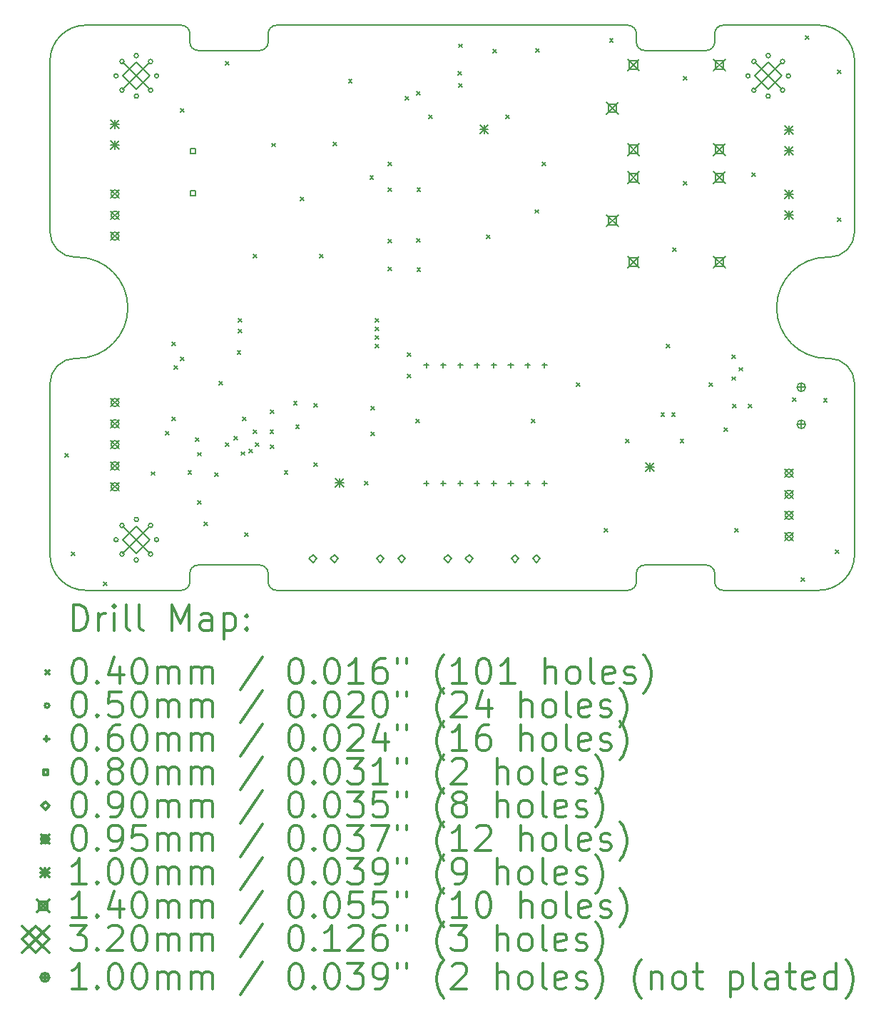
<source format=gbr>
%FSLAX45Y45*%
G04 Gerber Fmt 4.5, Leading zero omitted, Abs format (unit mm)*
G04 Created by KiCad (PCBNEW (5.1.5)-3) date 2020-01-23 15:13:53*
%MOMM*%
%LPD*%
G04 APERTURE LIST*
%TA.AperFunction,Profile*%
%ADD10C,0.200000*%
%TD*%
%ADD11C,0.200000*%
%ADD12C,0.300000*%
G04 APERTURE END LIST*
D10*
X2767500Y-12310000D02*
X2792500Y-12310000D01*
X11592500Y-9560000D02*
X10457500Y-9560000D01*
X10357500Y-9660000D02*
X10357500Y-9760000D01*
X10257500Y-9860000D02*
X9527500Y-9860000D01*
X11717500Y-13510000D02*
X11692500Y-13510000D01*
X4127500Y-9760000D02*
X4127500Y-9660000D01*
X11692500Y-12310000D02*
X11717500Y-12310000D01*
X9427500Y-9760000D02*
X9427500Y-9660000D01*
X5057500Y-9660000D02*
X5057500Y-9760000D01*
X12017500Y-15835000D02*
X12017500Y-13810000D01*
X9327500Y-9560000D02*
X5157500Y-9560000D01*
X2467500Y-9985000D02*
X2467500Y-12010000D01*
X10357500Y-16060000D02*
X10357500Y-16160000D01*
X12017500Y-12010000D02*
X12017500Y-9985000D01*
X4027500Y-9560000D02*
X2892500Y-9560000D01*
X10457500Y-16260000D02*
X11592500Y-16260000D01*
X9427500Y-16160000D02*
X9427500Y-16060000D01*
X5157500Y-16260000D02*
X9327500Y-16260000D01*
X5057500Y-16060000D02*
X5057500Y-16160000D01*
X4127500Y-16160000D02*
X4127500Y-16060000D01*
X4227500Y-15960000D02*
X4957500Y-15960000D01*
X9527500Y-15960000D02*
X10257500Y-15960000D01*
X2467500Y-13810000D02*
X2467500Y-15835000D01*
X2892500Y-16260000D02*
X4027500Y-16260000D01*
X2792500Y-12310000D02*
G75*
G02X2792500Y-13510000I0J-600000D01*
G01*
X2467500Y-13810000D02*
G75*
G02X2767500Y-13510000I300000J0D01*
G01*
X2892500Y-16260000D02*
G75*
G02X2467500Y-15835000I0J425000D01*
G01*
X10357500Y-9660000D02*
G75*
G02X10457500Y-9560000I100000J0D01*
G01*
X12017500Y-12010000D02*
G75*
G02X11717500Y-12310000I-300000J0D01*
G01*
X9427500Y-16160000D02*
G75*
G02X9327500Y-16260000I-100000J0D01*
G01*
X11592500Y-9560000D02*
G75*
G02X12017500Y-9985000I0J-425000D01*
G01*
X4227500Y-9860000D02*
G75*
G02X4127500Y-9760000I0J100000D01*
G01*
X4127500Y-16060000D02*
G75*
G02X4227500Y-15960000I100000J0D01*
G01*
X2467500Y-9985000D02*
G75*
G02X2892500Y-9560000I425000J0D01*
G01*
X5157500Y-16260000D02*
G75*
G02X5057500Y-16160000I0J100000D01*
G01*
X12017500Y-15835000D02*
G75*
G02X11592500Y-16260000I-425000J0D01*
G01*
X11717500Y-13510000D02*
G75*
G02X12017500Y-13810000I0J-300000D01*
G01*
X9527500Y-9860000D02*
G75*
G02X9427500Y-9760000I0J100000D01*
G01*
X11692500Y-13510000D02*
G75*
G02X11692500Y-12310000I0J600000D01*
G01*
X10357500Y-9760000D02*
G75*
G02X10257500Y-9860000I-100000J0D01*
G01*
X4127500Y-16160000D02*
G75*
G02X4027500Y-16260000I-100000J0D01*
G01*
X4957500Y-15960000D02*
G75*
G02X5057500Y-16060000I0J-100000D01*
G01*
X9427500Y-16060000D02*
G75*
G02X9527500Y-15960000I100000J0D01*
G01*
X9327500Y-9560000D02*
G75*
G02X9427500Y-9660000I0J-100000D01*
G01*
X5057500Y-9660000D02*
G75*
G02X5157500Y-9560000I100000J0D01*
G01*
X4027500Y-9560000D02*
G75*
G02X4127500Y-9660000I0J-100000D01*
G01*
X10257500Y-15960000D02*
G75*
G02X10357500Y-16060000I0J-100000D01*
G01*
X5057500Y-9760000D02*
G75*
G02X4957500Y-9860000I-100000J0D01*
G01*
X2767500Y-12310000D02*
G75*
G02X2467500Y-12010000I0J300000D01*
G01*
X10457500Y-16260000D02*
G75*
G02X10357500Y-16160000I0J100000D01*
G01*
X2792500Y-13510000D02*
X2767500Y-13510000D01*
X4957500Y-9860000D02*
X4227500Y-9860000D01*
D11*
X2647000Y-14635800D02*
X2687000Y-14675800D01*
X2687000Y-14635800D02*
X2647000Y-14675800D01*
X2723200Y-15804200D02*
X2763200Y-15844200D01*
X2763200Y-15804200D02*
X2723200Y-15844200D01*
X3104200Y-16159800D02*
X3144200Y-16199800D01*
X3144200Y-16159800D02*
X3104200Y-16199800D01*
X3672150Y-14854580D02*
X3712150Y-14894580D01*
X3712150Y-14854580D02*
X3672150Y-14894580D01*
X3840800Y-14374835D02*
X3880800Y-14414835D01*
X3880800Y-14374835D02*
X3840800Y-14414835D01*
X3917000Y-13315000D02*
X3957000Y-13355000D01*
X3957000Y-13315000D02*
X3917000Y-13355000D01*
X3917000Y-14204000D02*
X3957000Y-14244000D01*
X3957000Y-14204000D02*
X3917000Y-14244000D01*
X3942400Y-13594400D02*
X3982400Y-13634400D01*
X3982400Y-13594400D02*
X3942400Y-13634400D01*
X4018600Y-10546400D02*
X4058600Y-10586400D01*
X4058600Y-10546400D02*
X4018600Y-10586400D01*
X4018600Y-13492800D02*
X4058600Y-13532800D01*
X4058600Y-13492800D02*
X4018600Y-13532800D01*
X4107500Y-14839000D02*
X4147500Y-14879000D01*
X4147500Y-14839000D02*
X4107500Y-14879000D01*
X4196400Y-14452335D02*
X4236400Y-14492335D01*
X4236400Y-14452335D02*
X4196400Y-14492335D01*
X4221172Y-14624599D02*
X4261172Y-14664599D01*
X4261172Y-14624599D02*
X4221172Y-14664599D01*
X4221800Y-15194600D02*
X4261800Y-15234600D01*
X4261800Y-15194600D02*
X4221800Y-15234600D01*
X4298000Y-15448600D02*
X4338000Y-15488600D01*
X4338000Y-15448600D02*
X4298000Y-15488600D01*
X4425000Y-14864400D02*
X4465000Y-14904400D01*
X4465000Y-14864400D02*
X4425000Y-14904400D01*
X4475800Y-13784900D02*
X4515800Y-13824900D01*
X4515800Y-13784900D02*
X4475800Y-13824900D01*
X4552000Y-9987600D02*
X4592000Y-10027600D01*
X4592000Y-9987600D02*
X4552000Y-10027600D01*
X4552000Y-14508800D02*
X4592000Y-14548800D01*
X4592000Y-14508800D02*
X4552000Y-14548800D01*
X4653600Y-14432600D02*
X4693600Y-14472600D01*
X4693600Y-14432600D02*
X4653600Y-14472600D01*
X4691700Y-13416600D02*
X4731700Y-13456600D01*
X4731700Y-13416600D02*
X4691700Y-13456600D01*
X4704400Y-13035600D02*
X4744400Y-13075600D01*
X4744400Y-13035600D02*
X4704400Y-13075600D01*
X4704400Y-13162600D02*
X4744400Y-13202600D01*
X4744400Y-13162600D02*
X4704400Y-13202600D01*
X4736532Y-14616623D02*
X4776532Y-14656623D01*
X4776532Y-14616623D02*
X4736532Y-14656623D01*
X4755200Y-14204000D02*
X4795200Y-14244000D01*
X4795200Y-14204000D02*
X4755200Y-14244000D01*
X4780600Y-15575600D02*
X4820600Y-15615600D01*
X4820600Y-15575600D02*
X4780600Y-15615600D01*
X4831400Y-14585000D02*
X4871400Y-14625000D01*
X4871400Y-14585000D02*
X4831400Y-14625000D01*
X4882200Y-12273600D02*
X4922200Y-12313600D01*
X4922200Y-12273600D02*
X4882200Y-12313600D01*
X4882200Y-14356400D02*
X4922200Y-14396400D01*
X4922200Y-14356400D02*
X4882200Y-14396400D01*
X4907600Y-14508800D02*
X4947600Y-14548800D01*
X4947600Y-14508800D02*
X4907600Y-14548800D01*
X5081700Y-14356400D02*
X5121700Y-14396400D01*
X5121700Y-14356400D02*
X5081700Y-14396400D01*
X5085400Y-14124835D02*
X5125400Y-14164835D01*
X5125400Y-14124835D02*
X5085400Y-14164835D01*
X5085400Y-14534200D02*
X5125400Y-14574200D01*
X5125400Y-14534200D02*
X5085400Y-14574200D01*
X5103130Y-10959621D02*
X5143130Y-10999621D01*
X5143130Y-10959621D02*
X5103130Y-10999621D01*
X5250500Y-14839000D02*
X5290500Y-14879000D01*
X5290500Y-14839000D02*
X5250500Y-14879000D01*
X5361085Y-14022485D02*
X5401085Y-14062485D01*
X5401085Y-14022485D02*
X5361085Y-14062485D01*
X5386485Y-14301885D02*
X5426485Y-14341885D01*
X5426485Y-14301885D02*
X5386485Y-14341885D01*
X5441000Y-11600500D02*
X5481000Y-11640500D01*
X5481000Y-11600500D02*
X5441000Y-11640500D01*
X5602385Y-14746385D02*
X5642385Y-14786385D01*
X5642385Y-14746385D02*
X5602385Y-14786385D01*
X5602385Y-14047885D02*
X5642385Y-14087885D01*
X5642385Y-14047885D02*
X5602385Y-14087885D01*
X5669600Y-12273600D02*
X5709600Y-12313600D01*
X5709600Y-12273600D02*
X5669600Y-12313600D01*
X5828818Y-10944619D02*
X5868818Y-10984619D01*
X5868818Y-10944619D02*
X5828818Y-10984619D01*
X6012500Y-10203500D02*
X6052500Y-10243500D01*
X6052500Y-10203500D02*
X6012500Y-10243500D01*
X6203000Y-14966000D02*
X6243000Y-15006000D01*
X6243000Y-14966000D02*
X6203000Y-15006000D01*
X6266500Y-11346500D02*
X6306500Y-11386500D01*
X6306500Y-11346500D02*
X6266500Y-11386500D01*
X6279200Y-14077000D02*
X6319200Y-14117000D01*
X6319200Y-14077000D02*
X6279200Y-14117000D01*
X6279200Y-14381800D02*
X6319200Y-14421800D01*
X6319200Y-14381800D02*
X6279200Y-14421800D01*
X6330000Y-13038799D02*
X6370000Y-13078799D01*
X6370000Y-13038799D02*
X6330000Y-13078799D01*
X6330000Y-13138800D02*
X6370000Y-13178800D01*
X6370000Y-13138800D02*
X6330000Y-13178800D01*
X6330000Y-13238800D02*
X6370000Y-13278800D01*
X6370000Y-13238800D02*
X6330000Y-13278800D01*
X6330000Y-13340400D02*
X6370000Y-13380400D01*
X6370000Y-13340400D02*
X6330000Y-13380400D01*
X6482400Y-11181400D02*
X6522400Y-11221400D01*
X6522400Y-11181400D02*
X6482400Y-11221400D01*
X6482400Y-11486200D02*
X6522400Y-11526200D01*
X6522400Y-11486200D02*
X6482400Y-11526200D01*
X6482400Y-12095800D02*
X6522400Y-12135800D01*
X6522400Y-12095800D02*
X6482400Y-12135800D01*
X6482400Y-12426000D02*
X6522400Y-12466000D01*
X6522400Y-12426000D02*
X6482400Y-12466000D01*
X6685600Y-10406700D02*
X6725600Y-10446700D01*
X6725600Y-10406700D02*
X6685600Y-10446700D01*
X6711000Y-13442000D02*
X6751000Y-13482000D01*
X6751000Y-13442000D02*
X6711000Y-13482000D01*
X6711000Y-13696000D02*
X6751000Y-13736000D01*
X6751000Y-13696000D02*
X6711000Y-13736000D01*
X6812600Y-14229400D02*
X6852600Y-14269400D01*
X6852600Y-14229400D02*
X6812600Y-14269400D01*
X6823382Y-12091773D02*
X6863382Y-12131773D01*
X6863382Y-12091773D02*
X6823382Y-12131773D01*
X6823569Y-10343648D02*
X6863569Y-10383648D01*
X6863569Y-10343648D02*
X6823569Y-10383648D01*
X6824360Y-11486693D02*
X6864360Y-11526693D01*
X6864360Y-11486693D02*
X6824360Y-11526693D01*
X6824360Y-12439640D02*
X6864360Y-12479640D01*
X6864360Y-12439640D02*
X6824360Y-12479640D01*
X6965000Y-10622600D02*
X7005000Y-10662600D01*
X7005000Y-10622600D02*
X6965000Y-10662600D01*
X7309869Y-10111348D02*
X7349869Y-10151348D01*
X7349869Y-10111348D02*
X7309869Y-10151348D01*
X7318869Y-10254748D02*
X7358869Y-10294748D01*
X7358869Y-10254748D02*
X7318869Y-10294748D01*
X7322452Y-9782548D02*
X7362452Y-9822548D01*
X7362452Y-9782548D02*
X7322452Y-9822548D01*
X7650800Y-12045000D02*
X7690800Y-12085000D01*
X7690800Y-12045000D02*
X7650800Y-12085000D01*
X7725269Y-9848348D02*
X7765269Y-9888348D01*
X7765269Y-9848348D02*
X7725269Y-9888348D01*
X7879400Y-10622600D02*
X7919400Y-10662600D01*
X7919400Y-10622600D02*
X7879400Y-10662600D01*
X8184200Y-14229400D02*
X8224200Y-14269400D01*
X8224200Y-14229400D02*
X8184200Y-14269400D01*
X8228700Y-11746500D02*
X8268700Y-11786500D01*
X8268700Y-11746500D02*
X8228700Y-11786500D01*
X8235000Y-9835200D02*
X8275000Y-9875200D01*
X8275000Y-9835200D02*
X8235000Y-9875200D01*
X8311200Y-11181400D02*
X8351200Y-11221400D01*
X8351200Y-11181400D02*
X8311200Y-11221400D01*
X8717600Y-13797600D02*
X8757600Y-13837600D01*
X8757600Y-13797600D02*
X8717600Y-13837600D01*
X9047800Y-15524800D02*
X9087800Y-15564800D01*
X9087800Y-15524800D02*
X9047800Y-15564800D01*
X9111300Y-9720900D02*
X9151300Y-9760900D01*
X9151300Y-9720900D02*
X9111300Y-9760900D01*
X9301800Y-14470700D02*
X9341800Y-14510700D01*
X9341800Y-14470700D02*
X9301800Y-14510700D01*
X9720900Y-14153200D02*
X9760900Y-14193200D01*
X9760900Y-14153200D02*
X9720900Y-14193200D01*
X9784400Y-13340400D02*
X9824400Y-13380400D01*
X9824400Y-13340400D02*
X9784400Y-13380400D01*
X9847900Y-14153200D02*
X9887900Y-14193200D01*
X9887900Y-14153200D02*
X9847900Y-14193200D01*
X9860600Y-12197400D02*
X9900600Y-12237400D01*
X9900600Y-12197400D02*
X9860600Y-12237400D01*
X9949500Y-14470700D02*
X9989500Y-14510700D01*
X9989500Y-14470700D02*
X9949500Y-14510700D01*
X9987600Y-10165400D02*
X10027600Y-10205400D01*
X10027600Y-10165400D02*
X9987600Y-10205400D01*
X9987600Y-11410000D02*
X10027600Y-11450000D01*
X10027600Y-11410000D02*
X9987600Y-11450000D01*
X10292400Y-13797600D02*
X10332400Y-13837600D01*
X10332400Y-13797600D02*
X10292400Y-13837600D01*
X10470200Y-14331000D02*
X10510200Y-14371000D01*
X10510200Y-14331000D02*
X10470200Y-14371000D01*
X10561523Y-13727117D02*
X10601523Y-13767117D01*
X10601523Y-13727117D02*
X10561523Y-13767117D01*
X10561892Y-13467215D02*
X10601892Y-13507215D01*
X10601892Y-13467215D02*
X10561892Y-13507215D01*
X10571800Y-14051600D02*
X10611800Y-14091600D01*
X10611800Y-14051600D02*
X10571800Y-14091600D01*
X10597200Y-15524800D02*
X10637200Y-15564800D01*
X10637200Y-15524800D02*
X10597200Y-15564800D01*
X10648000Y-13618400D02*
X10688000Y-13658400D01*
X10688000Y-13618400D02*
X10648000Y-13658400D01*
X10754751Y-14051600D02*
X10794751Y-14091600D01*
X10794751Y-14051600D02*
X10754751Y-14091600D01*
X10800400Y-11308400D02*
X10840400Y-11348400D01*
X10840400Y-11308400D02*
X10800400Y-11348400D01*
X11283000Y-13975400D02*
X11323000Y-14015400D01*
X11323000Y-13975400D02*
X11283000Y-14015400D01*
X11384600Y-16109000D02*
X11424600Y-16149000D01*
X11424600Y-16109000D02*
X11384600Y-16149000D01*
X11435400Y-9682800D02*
X11475400Y-9722800D01*
X11475400Y-9682800D02*
X11435400Y-9722800D01*
X11650200Y-13987000D02*
X11690200Y-14027000D01*
X11690200Y-13987000D02*
X11650200Y-14027000D01*
X11791000Y-15778800D02*
X11831000Y-15818800D01*
X11831000Y-15778800D02*
X11791000Y-15818800D01*
X11816400Y-10089200D02*
X11856400Y-10129200D01*
X11856400Y-10089200D02*
X11816400Y-10129200D01*
X11816400Y-11841800D02*
X11856400Y-11881800D01*
X11856400Y-11841800D02*
X11816400Y-11881800D01*
X10777500Y-10160000D02*
G75*
G03X10777500Y-10160000I-25000J0D01*
G01*
X10847794Y-9990294D02*
G75*
G03X10847794Y-9990294I-25000J0D01*
G01*
X10847794Y-10329706D02*
G75*
G03X10847794Y-10329706I-25000J0D01*
G01*
X11017500Y-9920000D02*
G75*
G03X11017500Y-9920000I-25000J0D01*
G01*
X11017500Y-10400000D02*
G75*
G03X11017500Y-10400000I-25000J0D01*
G01*
X11187205Y-9990294D02*
G75*
G03X11187205Y-9990294I-25000J0D01*
G01*
X11187205Y-10329706D02*
G75*
G03X11187205Y-10329706I-25000J0D01*
G01*
X11257500Y-10160000D02*
G75*
G03X11257500Y-10160000I-25000J0D01*
G01*
X3277500Y-15660000D02*
G75*
G03X3277500Y-15660000I-25000J0D01*
G01*
X3347794Y-15490294D02*
G75*
G03X3347794Y-15490294I-25000J0D01*
G01*
X3347794Y-15829706D02*
G75*
G03X3347794Y-15829706I-25000J0D01*
G01*
X3517500Y-15420000D02*
G75*
G03X3517500Y-15420000I-25000J0D01*
G01*
X3517500Y-15900000D02*
G75*
G03X3517500Y-15900000I-25000J0D01*
G01*
X3687206Y-15490294D02*
G75*
G03X3687206Y-15490294I-25000J0D01*
G01*
X3687206Y-15829706D02*
G75*
G03X3687206Y-15829706I-25000J0D01*
G01*
X3757500Y-15660000D02*
G75*
G03X3757500Y-15660000I-25000J0D01*
G01*
X3277500Y-10160000D02*
G75*
G03X3277500Y-10160000I-25000J0D01*
G01*
X3347794Y-9990294D02*
G75*
G03X3347794Y-9990294I-25000J0D01*
G01*
X3347794Y-10329706D02*
G75*
G03X3347794Y-10329706I-25000J0D01*
G01*
X3517500Y-9920000D02*
G75*
G03X3517500Y-9920000I-25000J0D01*
G01*
X3517500Y-10400000D02*
G75*
G03X3517500Y-10400000I-25000J0D01*
G01*
X3687206Y-9990294D02*
G75*
G03X3687206Y-9990294I-25000J0D01*
G01*
X3687206Y-10329706D02*
G75*
G03X3687206Y-10329706I-25000J0D01*
G01*
X3757500Y-10160000D02*
G75*
G03X3757500Y-10160000I-25000J0D01*
G01*
X6936815Y-13559404D02*
X6936815Y-13619404D01*
X6906815Y-13589404D02*
X6966815Y-13589404D01*
X6936815Y-14959404D02*
X6936815Y-15019404D01*
X6906815Y-14989404D02*
X6966815Y-14989404D01*
X7136815Y-13559404D02*
X7136815Y-13619404D01*
X7106815Y-13589404D02*
X7166815Y-13589404D01*
X7136815Y-14959404D02*
X7136815Y-15019404D01*
X7106815Y-14989404D02*
X7166815Y-14989404D01*
X7336815Y-13559404D02*
X7336815Y-13619404D01*
X7306815Y-13589404D02*
X7366815Y-13589404D01*
X7336815Y-14959404D02*
X7336815Y-15019404D01*
X7306815Y-14989404D02*
X7366815Y-14989404D01*
X7536815Y-13559404D02*
X7536815Y-13619404D01*
X7506815Y-13589404D02*
X7566815Y-13589404D01*
X7536815Y-14959404D02*
X7536815Y-15019404D01*
X7506815Y-14989404D02*
X7566815Y-14989404D01*
X7736815Y-13559404D02*
X7736815Y-13619404D01*
X7706815Y-13589404D02*
X7766815Y-13589404D01*
X7736815Y-14959404D02*
X7736815Y-15019404D01*
X7706815Y-14989404D02*
X7766815Y-14989404D01*
X7936815Y-13559404D02*
X7936815Y-13619404D01*
X7906815Y-13589404D02*
X7966815Y-13589404D01*
X7936815Y-14959404D02*
X7936815Y-15019404D01*
X7906815Y-14989404D02*
X7966815Y-14989404D01*
X8136815Y-13559404D02*
X8136815Y-13619404D01*
X8106815Y-13589404D02*
X8166815Y-13589404D01*
X8136815Y-14959404D02*
X8136815Y-15019404D01*
X8106815Y-14989404D02*
X8166815Y-14989404D01*
X8336815Y-13559404D02*
X8336815Y-13619404D01*
X8306815Y-13589404D02*
X8366815Y-13589404D01*
X8336815Y-14959404D02*
X8336815Y-15019404D01*
X8306815Y-14989404D02*
X8366815Y-14989404D01*
X4193884Y-11077285D02*
X4193884Y-11020716D01*
X4137315Y-11020716D01*
X4137315Y-11077285D01*
X4193884Y-11077285D01*
X4193884Y-11577284D02*
X4193884Y-11520715D01*
X4137315Y-11520715D01*
X4137315Y-11577284D01*
X4193884Y-11577284D01*
X7988000Y-15929900D02*
X8033000Y-15884900D01*
X7988000Y-15839900D01*
X7943000Y-15884900D01*
X7988000Y-15929900D01*
X8242000Y-15929900D02*
X8287000Y-15884900D01*
X8242000Y-15839900D01*
X8197000Y-15884900D01*
X8242000Y-15929900D01*
X5588000Y-15929900D02*
X5633000Y-15884900D01*
X5588000Y-15839900D01*
X5543000Y-15884900D01*
X5588000Y-15929900D01*
X5842000Y-15929900D02*
X5887000Y-15884900D01*
X5842000Y-15839900D01*
X5797000Y-15884900D01*
X5842000Y-15929900D01*
X7188000Y-15929900D02*
X7233000Y-15884900D01*
X7188000Y-15839900D01*
X7143000Y-15884900D01*
X7188000Y-15929900D01*
X7442000Y-15929900D02*
X7487000Y-15884900D01*
X7442000Y-15839900D01*
X7397000Y-15884900D01*
X7442000Y-15929900D01*
X6388000Y-15929900D02*
X6433000Y-15884900D01*
X6388000Y-15839900D01*
X6343000Y-15884900D01*
X6388000Y-15929900D01*
X6642000Y-15929900D02*
X6687000Y-15884900D01*
X6642000Y-15839900D01*
X6597000Y-15884900D01*
X6642000Y-15929900D01*
X3191000Y-13986000D02*
X3286000Y-14081000D01*
X3286000Y-13986000D02*
X3191000Y-14081000D01*
X3286000Y-14033500D02*
G75*
G03X3286000Y-14033500I-47500J0D01*
G01*
X3191000Y-14236000D02*
X3286000Y-14331000D01*
X3286000Y-14236000D02*
X3191000Y-14331000D01*
X3286000Y-14283500D02*
G75*
G03X3286000Y-14283500I-47500J0D01*
G01*
X3191000Y-14486000D02*
X3286000Y-14581000D01*
X3286000Y-14486000D02*
X3191000Y-14581000D01*
X3286000Y-14533500D02*
G75*
G03X3286000Y-14533500I-47500J0D01*
G01*
X3191000Y-14736000D02*
X3286000Y-14831000D01*
X3286000Y-14736000D02*
X3191000Y-14831000D01*
X3286000Y-14783500D02*
G75*
G03X3286000Y-14783500I-47500J0D01*
G01*
X3191000Y-14986000D02*
X3286000Y-15081000D01*
X3286000Y-14986000D02*
X3191000Y-15081000D01*
X3286000Y-15033500D02*
G75*
G03X3286000Y-15033500I-47500J0D01*
G01*
X3191000Y-11513500D02*
X3286000Y-11608500D01*
X3286000Y-11513500D02*
X3191000Y-11608500D01*
X3286000Y-11561000D02*
G75*
G03X3286000Y-11561000I-47500J0D01*
G01*
X3191000Y-11763500D02*
X3286000Y-11858500D01*
X3286000Y-11763500D02*
X3191000Y-11858500D01*
X3286000Y-11811000D02*
G75*
G03X3286000Y-11811000I-47500J0D01*
G01*
X3191000Y-12013500D02*
X3286000Y-12108500D01*
X3286000Y-12013500D02*
X3191000Y-12108500D01*
X3286000Y-12061000D02*
G75*
G03X3286000Y-12061000I-47500J0D01*
G01*
X11192000Y-14823500D02*
X11287000Y-14918500D01*
X11287000Y-14823500D02*
X11192000Y-14918500D01*
X11287000Y-14871000D02*
G75*
G03X11287000Y-14871000I-47500J0D01*
G01*
X11192000Y-15073500D02*
X11287000Y-15168500D01*
X11287000Y-15073500D02*
X11192000Y-15168500D01*
X11287000Y-15121000D02*
G75*
G03X11287000Y-15121000I-47500J0D01*
G01*
X11192000Y-15323500D02*
X11287000Y-15418500D01*
X11287000Y-15323500D02*
X11192000Y-15418500D01*
X11287000Y-15371000D02*
G75*
G03X11287000Y-15371000I-47500J0D01*
G01*
X11192000Y-15573500D02*
X11287000Y-15668500D01*
X11287000Y-15573500D02*
X11192000Y-15668500D01*
X11287000Y-15621000D02*
G75*
G03X11287000Y-15621000I-47500J0D01*
G01*
X7570000Y-10745000D02*
X7670000Y-10845000D01*
X7670000Y-10745000D02*
X7570000Y-10845000D01*
X7620000Y-10745000D02*
X7620000Y-10845000D01*
X7570000Y-10795000D02*
X7670000Y-10795000D01*
X9538500Y-14745500D02*
X9638500Y-14845500D01*
X9638500Y-14745500D02*
X9538500Y-14845500D01*
X9588500Y-14745500D02*
X9588500Y-14845500D01*
X9538500Y-14795500D02*
X9638500Y-14795500D01*
X3188500Y-10681500D02*
X3288500Y-10781500D01*
X3288500Y-10681500D02*
X3188500Y-10781500D01*
X3238500Y-10681500D02*
X3238500Y-10781500D01*
X3188500Y-10731500D02*
X3288500Y-10731500D01*
X3188500Y-10931500D02*
X3288500Y-11031500D01*
X3288500Y-10931500D02*
X3188500Y-11031500D01*
X3238500Y-10931500D02*
X3238500Y-11031500D01*
X3188500Y-10981500D02*
X3288500Y-10981500D01*
X5855500Y-14936000D02*
X5955500Y-15036000D01*
X5955500Y-14936000D02*
X5855500Y-15036000D01*
X5905500Y-14936000D02*
X5905500Y-15036000D01*
X5855500Y-14986000D02*
X5955500Y-14986000D01*
X11189500Y-10749000D02*
X11289500Y-10849000D01*
X11289500Y-10749000D02*
X11189500Y-10849000D01*
X11239500Y-10749000D02*
X11239500Y-10849000D01*
X11189500Y-10799000D02*
X11289500Y-10799000D01*
X11189500Y-10999000D02*
X11289500Y-11099000D01*
X11289500Y-10999000D02*
X11189500Y-11099000D01*
X11239500Y-10999000D02*
X11239500Y-11099000D01*
X11189500Y-11049000D02*
X11289500Y-11049000D01*
X11189500Y-11511000D02*
X11289500Y-11611000D01*
X11289500Y-11511000D02*
X11189500Y-11611000D01*
X11239500Y-11511000D02*
X11239500Y-11611000D01*
X11189500Y-11561000D02*
X11289500Y-11561000D01*
X11189500Y-11761000D02*
X11289500Y-11861000D01*
X11289500Y-11761000D02*
X11189500Y-11861000D01*
X11239500Y-11761000D02*
X11239500Y-11861000D01*
X11189500Y-11811000D02*
X11289500Y-11811000D01*
X9074000Y-11806500D02*
X9214000Y-11946500D01*
X9214000Y-11806500D02*
X9074000Y-11946500D01*
X9193498Y-11925998D02*
X9193498Y-11827002D01*
X9094502Y-11827002D01*
X9094502Y-11925998D01*
X9193498Y-11925998D01*
X9324000Y-11296500D02*
X9464000Y-11436500D01*
X9464000Y-11296500D02*
X9324000Y-11436500D01*
X9443498Y-11415998D02*
X9443498Y-11317002D01*
X9344502Y-11317002D01*
X9344502Y-11415998D01*
X9443498Y-11415998D01*
X9324000Y-12296500D02*
X9464000Y-12436500D01*
X9464000Y-12296500D02*
X9324000Y-12436500D01*
X9443498Y-12415998D02*
X9443498Y-12317002D01*
X9344502Y-12317002D01*
X9344502Y-12415998D01*
X9443498Y-12415998D01*
X10344000Y-11296500D02*
X10484000Y-11436500D01*
X10484000Y-11296500D02*
X10344000Y-11436500D01*
X10463498Y-11415998D02*
X10463498Y-11317002D01*
X10364502Y-11317002D01*
X10364502Y-11415998D01*
X10463498Y-11415998D01*
X10344000Y-12296500D02*
X10484000Y-12436500D01*
X10484000Y-12296500D02*
X10344000Y-12436500D01*
X10463498Y-12415998D02*
X10463498Y-12317002D01*
X10364502Y-12317002D01*
X10364502Y-12415998D01*
X10463498Y-12415998D01*
X9074000Y-10473000D02*
X9214000Y-10613000D01*
X9214000Y-10473000D02*
X9074000Y-10613000D01*
X9193498Y-10592498D02*
X9193498Y-10493502D01*
X9094502Y-10493502D01*
X9094502Y-10592498D01*
X9193498Y-10592498D01*
X9324000Y-9963000D02*
X9464000Y-10103000D01*
X9464000Y-9963000D02*
X9324000Y-10103000D01*
X9443498Y-10082498D02*
X9443498Y-9983502D01*
X9344502Y-9983502D01*
X9344502Y-10082498D01*
X9443498Y-10082498D01*
X9324000Y-10963000D02*
X9464000Y-11103000D01*
X9464000Y-10963000D02*
X9324000Y-11103000D01*
X9443498Y-11082498D02*
X9443498Y-10983502D01*
X9344502Y-10983502D01*
X9344502Y-11082498D01*
X9443498Y-11082498D01*
X10344000Y-9963000D02*
X10484000Y-10103000D01*
X10484000Y-9963000D02*
X10344000Y-10103000D01*
X10463498Y-10082498D02*
X10463498Y-9983502D01*
X10364502Y-9983502D01*
X10364502Y-10082498D01*
X10463498Y-10082498D01*
X10344000Y-10963000D02*
X10484000Y-11103000D01*
X10484000Y-10963000D02*
X10344000Y-11103000D01*
X10463498Y-11082498D02*
X10463498Y-10983502D01*
X10364502Y-10983502D01*
X10364502Y-11082498D01*
X10463498Y-11082498D01*
X10832500Y-10000000D02*
X11152500Y-10320000D01*
X11152500Y-10000000D02*
X10832500Y-10320000D01*
X10992500Y-10320000D02*
X11152500Y-10160000D01*
X10992500Y-10000000D01*
X10832500Y-10160000D01*
X10992500Y-10320000D01*
X3332500Y-15500000D02*
X3652500Y-15820000D01*
X3652500Y-15500000D02*
X3332500Y-15820000D01*
X3492500Y-15820000D02*
X3652500Y-15660000D01*
X3492500Y-15500000D01*
X3332500Y-15660000D01*
X3492500Y-15820000D01*
X3332500Y-10000000D02*
X3652500Y-10320000D01*
X3652500Y-10000000D02*
X3332500Y-10320000D01*
X3492500Y-10320000D02*
X3652500Y-10160000D01*
X3492500Y-10000000D01*
X3332500Y-10160000D01*
X3492500Y-10320000D01*
X11385200Y-13802100D02*
X11385200Y-13902100D01*
X11335200Y-13852100D02*
X11435200Y-13852100D01*
X11435200Y-13852100D02*
G75*
G03X11435200Y-13852100I-50000J0D01*
G01*
X11385200Y-14242100D02*
X11385200Y-14342100D01*
X11335200Y-14292100D02*
X11435200Y-14292100D01*
X11435200Y-14292100D02*
G75*
G03X11435200Y-14292100I-50000J0D01*
G01*
D12*
X2743928Y-16735714D02*
X2743928Y-16435714D01*
X2815357Y-16435714D01*
X2858214Y-16450000D01*
X2886786Y-16478571D01*
X2901071Y-16507143D01*
X2915357Y-16564286D01*
X2915357Y-16607143D01*
X2901071Y-16664286D01*
X2886786Y-16692857D01*
X2858214Y-16721429D01*
X2815357Y-16735714D01*
X2743928Y-16735714D01*
X3043928Y-16735714D02*
X3043928Y-16535714D01*
X3043928Y-16592857D02*
X3058214Y-16564286D01*
X3072500Y-16550000D01*
X3101071Y-16535714D01*
X3129643Y-16535714D01*
X3229643Y-16735714D02*
X3229643Y-16535714D01*
X3229643Y-16435714D02*
X3215357Y-16450000D01*
X3229643Y-16464286D01*
X3243928Y-16450000D01*
X3229643Y-16435714D01*
X3229643Y-16464286D01*
X3415357Y-16735714D02*
X3386786Y-16721429D01*
X3372500Y-16692857D01*
X3372500Y-16435714D01*
X3572500Y-16735714D02*
X3543928Y-16721429D01*
X3529643Y-16692857D01*
X3529643Y-16435714D01*
X3915357Y-16735714D02*
X3915357Y-16435714D01*
X4015357Y-16650000D01*
X4115357Y-16435714D01*
X4115357Y-16735714D01*
X4386786Y-16735714D02*
X4386786Y-16578571D01*
X4372500Y-16550000D01*
X4343928Y-16535714D01*
X4286786Y-16535714D01*
X4258214Y-16550000D01*
X4386786Y-16721429D02*
X4358214Y-16735714D01*
X4286786Y-16735714D01*
X4258214Y-16721429D01*
X4243928Y-16692857D01*
X4243928Y-16664286D01*
X4258214Y-16635714D01*
X4286786Y-16621429D01*
X4358214Y-16621429D01*
X4386786Y-16607143D01*
X4529643Y-16535714D02*
X4529643Y-16835714D01*
X4529643Y-16550000D02*
X4558214Y-16535714D01*
X4615357Y-16535714D01*
X4643928Y-16550000D01*
X4658214Y-16564286D01*
X4672500Y-16592857D01*
X4672500Y-16678571D01*
X4658214Y-16707143D01*
X4643928Y-16721429D01*
X4615357Y-16735714D01*
X4558214Y-16735714D01*
X4529643Y-16721429D01*
X4801071Y-16707143D02*
X4815357Y-16721429D01*
X4801071Y-16735714D01*
X4786786Y-16721429D01*
X4801071Y-16707143D01*
X4801071Y-16735714D01*
X4801071Y-16550000D02*
X4815357Y-16564286D01*
X4801071Y-16578571D01*
X4786786Y-16564286D01*
X4801071Y-16550000D01*
X4801071Y-16578571D01*
X2417500Y-17210000D02*
X2457500Y-17250000D01*
X2457500Y-17210000D02*
X2417500Y-17250000D01*
X2801071Y-17065714D02*
X2829643Y-17065714D01*
X2858214Y-17080000D01*
X2872500Y-17094286D01*
X2886786Y-17122857D01*
X2901071Y-17180000D01*
X2901071Y-17251429D01*
X2886786Y-17308572D01*
X2872500Y-17337143D01*
X2858214Y-17351429D01*
X2829643Y-17365714D01*
X2801071Y-17365714D01*
X2772500Y-17351429D01*
X2758214Y-17337143D01*
X2743928Y-17308572D01*
X2729643Y-17251429D01*
X2729643Y-17180000D01*
X2743928Y-17122857D01*
X2758214Y-17094286D01*
X2772500Y-17080000D01*
X2801071Y-17065714D01*
X3029643Y-17337143D02*
X3043928Y-17351429D01*
X3029643Y-17365714D01*
X3015357Y-17351429D01*
X3029643Y-17337143D01*
X3029643Y-17365714D01*
X3301071Y-17165714D02*
X3301071Y-17365714D01*
X3229643Y-17051429D02*
X3158214Y-17265714D01*
X3343928Y-17265714D01*
X3515357Y-17065714D02*
X3543928Y-17065714D01*
X3572500Y-17080000D01*
X3586786Y-17094286D01*
X3601071Y-17122857D01*
X3615357Y-17180000D01*
X3615357Y-17251429D01*
X3601071Y-17308572D01*
X3586786Y-17337143D01*
X3572500Y-17351429D01*
X3543928Y-17365714D01*
X3515357Y-17365714D01*
X3486786Y-17351429D01*
X3472500Y-17337143D01*
X3458214Y-17308572D01*
X3443928Y-17251429D01*
X3443928Y-17180000D01*
X3458214Y-17122857D01*
X3472500Y-17094286D01*
X3486786Y-17080000D01*
X3515357Y-17065714D01*
X3743928Y-17365714D02*
X3743928Y-17165714D01*
X3743928Y-17194286D02*
X3758214Y-17180000D01*
X3786786Y-17165714D01*
X3829643Y-17165714D01*
X3858214Y-17180000D01*
X3872500Y-17208572D01*
X3872500Y-17365714D01*
X3872500Y-17208572D02*
X3886786Y-17180000D01*
X3915357Y-17165714D01*
X3958214Y-17165714D01*
X3986786Y-17180000D01*
X4001071Y-17208572D01*
X4001071Y-17365714D01*
X4143928Y-17365714D02*
X4143928Y-17165714D01*
X4143928Y-17194286D02*
X4158214Y-17180000D01*
X4186786Y-17165714D01*
X4229643Y-17165714D01*
X4258214Y-17180000D01*
X4272500Y-17208572D01*
X4272500Y-17365714D01*
X4272500Y-17208572D02*
X4286786Y-17180000D01*
X4315357Y-17165714D01*
X4358214Y-17165714D01*
X4386786Y-17180000D01*
X4401071Y-17208572D01*
X4401071Y-17365714D01*
X4986786Y-17051429D02*
X4729643Y-17437143D01*
X5372500Y-17065714D02*
X5401071Y-17065714D01*
X5429643Y-17080000D01*
X5443928Y-17094286D01*
X5458214Y-17122857D01*
X5472500Y-17180000D01*
X5472500Y-17251429D01*
X5458214Y-17308572D01*
X5443928Y-17337143D01*
X5429643Y-17351429D01*
X5401071Y-17365714D01*
X5372500Y-17365714D01*
X5343928Y-17351429D01*
X5329643Y-17337143D01*
X5315357Y-17308572D01*
X5301071Y-17251429D01*
X5301071Y-17180000D01*
X5315357Y-17122857D01*
X5329643Y-17094286D01*
X5343928Y-17080000D01*
X5372500Y-17065714D01*
X5601071Y-17337143D02*
X5615357Y-17351429D01*
X5601071Y-17365714D01*
X5586786Y-17351429D01*
X5601071Y-17337143D01*
X5601071Y-17365714D01*
X5801071Y-17065714D02*
X5829643Y-17065714D01*
X5858214Y-17080000D01*
X5872500Y-17094286D01*
X5886786Y-17122857D01*
X5901071Y-17180000D01*
X5901071Y-17251429D01*
X5886786Y-17308572D01*
X5872500Y-17337143D01*
X5858214Y-17351429D01*
X5829643Y-17365714D01*
X5801071Y-17365714D01*
X5772500Y-17351429D01*
X5758214Y-17337143D01*
X5743928Y-17308572D01*
X5729643Y-17251429D01*
X5729643Y-17180000D01*
X5743928Y-17122857D01*
X5758214Y-17094286D01*
X5772500Y-17080000D01*
X5801071Y-17065714D01*
X6186786Y-17365714D02*
X6015357Y-17365714D01*
X6101071Y-17365714D02*
X6101071Y-17065714D01*
X6072500Y-17108572D01*
X6043928Y-17137143D01*
X6015357Y-17151429D01*
X6443928Y-17065714D02*
X6386786Y-17065714D01*
X6358214Y-17080000D01*
X6343928Y-17094286D01*
X6315357Y-17137143D01*
X6301071Y-17194286D01*
X6301071Y-17308572D01*
X6315357Y-17337143D01*
X6329643Y-17351429D01*
X6358214Y-17365714D01*
X6415357Y-17365714D01*
X6443928Y-17351429D01*
X6458214Y-17337143D01*
X6472500Y-17308572D01*
X6472500Y-17237143D01*
X6458214Y-17208572D01*
X6443928Y-17194286D01*
X6415357Y-17180000D01*
X6358214Y-17180000D01*
X6329643Y-17194286D01*
X6315357Y-17208572D01*
X6301071Y-17237143D01*
X6586786Y-17065714D02*
X6586786Y-17122857D01*
X6701071Y-17065714D02*
X6701071Y-17122857D01*
X7143928Y-17480000D02*
X7129643Y-17465714D01*
X7101071Y-17422857D01*
X7086786Y-17394286D01*
X7072500Y-17351429D01*
X7058214Y-17280000D01*
X7058214Y-17222857D01*
X7072500Y-17151429D01*
X7086786Y-17108572D01*
X7101071Y-17080000D01*
X7129643Y-17037143D01*
X7143928Y-17022857D01*
X7415357Y-17365714D02*
X7243928Y-17365714D01*
X7329643Y-17365714D02*
X7329643Y-17065714D01*
X7301071Y-17108572D01*
X7272500Y-17137143D01*
X7243928Y-17151429D01*
X7601071Y-17065714D02*
X7629643Y-17065714D01*
X7658214Y-17080000D01*
X7672500Y-17094286D01*
X7686786Y-17122857D01*
X7701071Y-17180000D01*
X7701071Y-17251429D01*
X7686786Y-17308572D01*
X7672500Y-17337143D01*
X7658214Y-17351429D01*
X7629643Y-17365714D01*
X7601071Y-17365714D01*
X7572500Y-17351429D01*
X7558214Y-17337143D01*
X7543928Y-17308572D01*
X7529643Y-17251429D01*
X7529643Y-17180000D01*
X7543928Y-17122857D01*
X7558214Y-17094286D01*
X7572500Y-17080000D01*
X7601071Y-17065714D01*
X7986786Y-17365714D02*
X7815357Y-17365714D01*
X7901071Y-17365714D02*
X7901071Y-17065714D01*
X7872500Y-17108572D01*
X7843928Y-17137143D01*
X7815357Y-17151429D01*
X8343928Y-17365714D02*
X8343928Y-17065714D01*
X8472500Y-17365714D02*
X8472500Y-17208572D01*
X8458214Y-17180000D01*
X8429643Y-17165714D01*
X8386786Y-17165714D01*
X8358214Y-17180000D01*
X8343928Y-17194286D01*
X8658214Y-17365714D02*
X8629643Y-17351429D01*
X8615357Y-17337143D01*
X8601071Y-17308572D01*
X8601071Y-17222857D01*
X8615357Y-17194286D01*
X8629643Y-17180000D01*
X8658214Y-17165714D01*
X8701071Y-17165714D01*
X8729643Y-17180000D01*
X8743928Y-17194286D01*
X8758214Y-17222857D01*
X8758214Y-17308572D01*
X8743928Y-17337143D01*
X8729643Y-17351429D01*
X8701071Y-17365714D01*
X8658214Y-17365714D01*
X8929643Y-17365714D02*
X8901071Y-17351429D01*
X8886786Y-17322857D01*
X8886786Y-17065714D01*
X9158214Y-17351429D02*
X9129643Y-17365714D01*
X9072500Y-17365714D01*
X9043928Y-17351429D01*
X9029643Y-17322857D01*
X9029643Y-17208572D01*
X9043928Y-17180000D01*
X9072500Y-17165714D01*
X9129643Y-17165714D01*
X9158214Y-17180000D01*
X9172500Y-17208572D01*
X9172500Y-17237143D01*
X9029643Y-17265714D01*
X9286786Y-17351429D02*
X9315357Y-17365714D01*
X9372500Y-17365714D01*
X9401071Y-17351429D01*
X9415357Y-17322857D01*
X9415357Y-17308572D01*
X9401071Y-17280000D01*
X9372500Y-17265714D01*
X9329643Y-17265714D01*
X9301071Y-17251429D01*
X9286786Y-17222857D01*
X9286786Y-17208572D01*
X9301071Y-17180000D01*
X9329643Y-17165714D01*
X9372500Y-17165714D01*
X9401071Y-17180000D01*
X9515357Y-17480000D02*
X9529643Y-17465714D01*
X9558214Y-17422857D01*
X9572500Y-17394286D01*
X9586786Y-17351429D01*
X9601071Y-17280000D01*
X9601071Y-17222857D01*
X9586786Y-17151429D01*
X9572500Y-17108572D01*
X9558214Y-17080000D01*
X9529643Y-17037143D01*
X9515357Y-17022857D01*
X2457500Y-17626000D02*
G75*
G03X2457500Y-17626000I-25000J0D01*
G01*
X2801071Y-17461714D02*
X2829643Y-17461714D01*
X2858214Y-17476000D01*
X2872500Y-17490286D01*
X2886786Y-17518857D01*
X2901071Y-17576000D01*
X2901071Y-17647429D01*
X2886786Y-17704572D01*
X2872500Y-17733143D01*
X2858214Y-17747429D01*
X2829643Y-17761714D01*
X2801071Y-17761714D01*
X2772500Y-17747429D01*
X2758214Y-17733143D01*
X2743928Y-17704572D01*
X2729643Y-17647429D01*
X2729643Y-17576000D01*
X2743928Y-17518857D01*
X2758214Y-17490286D01*
X2772500Y-17476000D01*
X2801071Y-17461714D01*
X3029643Y-17733143D02*
X3043928Y-17747429D01*
X3029643Y-17761714D01*
X3015357Y-17747429D01*
X3029643Y-17733143D01*
X3029643Y-17761714D01*
X3315357Y-17461714D02*
X3172500Y-17461714D01*
X3158214Y-17604572D01*
X3172500Y-17590286D01*
X3201071Y-17576000D01*
X3272500Y-17576000D01*
X3301071Y-17590286D01*
X3315357Y-17604572D01*
X3329643Y-17633143D01*
X3329643Y-17704572D01*
X3315357Y-17733143D01*
X3301071Y-17747429D01*
X3272500Y-17761714D01*
X3201071Y-17761714D01*
X3172500Y-17747429D01*
X3158214Y-17733143D01*
X3515357Y-17461714D02*
X3543928Y-17461714D01*
X3572500Y-17476000D01*
X3586786Y-17490286D01*
X3601071Y-17518857D01*
X3615357Y-17576000D01*
X3615357Y-17647429D01*
X3601071Y-17704572D01*
X3586786Y-17733143D01*
X3572500Y-17747429D01*
X3543928Y-17761714D01*
X3515357Y-17761714D01*
X3486786Y-17747429D01*
X3472500Y-17733143D01*
X3458214Y-17704572D01*
X3443928Y-17647429D01*
X3443928Y-17576000D01*
X3458214Y-17518857D01*
X3472500Y-17490286D01*
X3486786Y-17476000D01*
X3515357Y-17461714D01*
X3743928Y-17761714D02*
X3743928Y-17561714D01*
X3743928Y-17590286D02*
X3758214Y-17576000D01*
X3786786Y-17561714D01*
X3829643Y-17561714D01*
X3858214Y-17576000D01*
X3872500Y-17604572D01*
X3872500Y-17761714D01*
X3872500Y-17604572D02*
X3886786Y-17576000D01*
X3915357Y-17561714D01*
X3958214Y-17561714D01*
X3986786Y-17576000D01*
X4001071Y-17604572D01*
X4001071Y-17761714D01*
X4143928Y-17761714D02*
X4143928Y-17561714D01*
X4143928Y-17590286D02*
X4158214Y-17576000D01*
X4186786Y-17561714D01*
X4229643Y-17561714D01*
X4258214Y-17576000D01*
X4272500Y-17604572D01*
X4272500Y-17761714D01*
X4272500Y-17604572D02*
X4286786Y-17576000D01*
X4315357Y-17561714D01*
X4358214Y-17561714D01*
X4386786Y-17576000D01*
X4401071Y-17604572D01*
X4401071Y-17761714D01*
X4986786Y-17447429D02*
X4729643Y-17833143D01*
X5372500Y-17461714D02*
X5401071Y-17461714D01*
X5429643Y-17476000D01*
X5443928Y-17490286D01*
X5458214Y-17518857D01*
X5472500Y-17576000D01*
X5472500Y-17647429D01*
X5458214Y-17704572D01*
X5443928Y-17733143D01*
X5429643Y-17747429D01*
X5401071Y-17761714D01*
X5372500Y-17761714D01*
X5343928Y-17747429D01*
X5329643Y-17733143D01*
X5315357Y-17704572D01*
X5301071Y-17647429D01*
X5301071Y-17576000D01*
X5315357Y-17518857D01*
X5329643Y-17490286D01*
X5343928Y-17476000D01*
X5372500Y-17461714D01*
X5601071Y-17733143D02*
X5615357Y-17747429D01*
X5601071Y-17761714D01*
X5586786Y-17747429D01*
X5601071Y-17733143D01*
X5601071Y-17761714D01*
X5801071Y-17461714D02*
X5829643Y-17461714D01*
X5858214Y-17476000D01*
X5872500Y-17490286D01*
X5886786Y-17518857D01*
X5901071Y-17576000D01*
X5901071Y-17647429D01*
X5886786Y-17704572D01*
X5872500Y-17733143D01*
X5858214Y-17747429D01*
X5829643Y-17761714D01*
X5801071Y-17761714D01*
X5772500Y-17747429D01*
X5758214Y-17733143D01*
X5743928Y-17704572D01*
X5729643Y-17647429D01*
X5729643Y-17576000D01*
X5743928Y-17518857D01*
X5758214Y-17490286D01*
X5772500Y-17476000D01*
X5801071Y-17461714D01*
X6015357Y-17490286D02*
X6029643Y-17476000D01*
X6058214Y-17461714D01*
X6129643Y-17461714D01*
X6158214Y-17476000D01*
X6172500Y-17490286D01*
X6186786Y-17518857D01*
X6186786Y-17547429D01*
X6172500Y-17590286D01*
X6001071Y-17761714D01*
X6186786Y-17761714D01*
X6372500Y-17461714D02*
X6401071Y-17461714D01*
X6429643Y-17476000D01*
X6443928Y-17490286D01*
X6458214Y-17518857D01*
X6472500Y-17576000D01*
X6472500Y-17647429D01*
X6458214Y-17704572D01*
X6443928Y-17733143D01*
X6429643Y-17747429D01*
X6401071Y-17761714D01*
X6372500Y-17761714D01*
X6343928Y-17747429D01*
X6329643Y-17733143D01*
X6315357Y-17704572D01*
X6301071Y-17647429D01*
X6301071Y-17576000D01*
X6315357Y-17518857D01*
X6329643Y-17490286D01*
X6343928Y-17476000D01*
X6372500Y-17461714D01*
X6586786Y-17461714D02*
X6586786Y-17518857D01*
X6701071Y-17461714D02*
X6701071Y-17518857D01*
X7143928Y-17876000D02*
X7129643Y-17861714D01*
X7101071Y-17818857D01*
X7086786Y-17790286D01*
X7072500Y-17747429D01*
X7058214Y-17676000D01*
X7058214Y-17618857D01*
X7072500Y-17547429D01*
X7086786Y-17504572D01*
X7101071Y-17476000D01*
X7129643Y-17433143D01*
X7143928Y-17418857D01*
X7243928Y-17490286D02*
X7258214Y-17476000D01*
X7286786Y-17461714D01*
X7358214Y-17461714D01*
X7386786Y-17476000D01*
X7401071Y-17490286D01*
X7415357Y-17518857D01*
X7415357Y-17547429D01*
X7401071Y-17590286D01*
X7229643Y-17761714D01*
X7415357Y-17761714D01*
X7672500Y-17561714D02*
X7672500Y-17761714D01*
X7601071Y-17447429D02*
X7529643Y-17661714D01*
X7715357Y-17661714D01*
X8058214Y-17761714D02*
X8058214Y-17461714D01*
X8186786Y-17761714D02*
X8186786Y-17604572D01*
X8172500Y-17576000D01*
X8143928Y-17561714D01*
X8101071Y-17561714D01*
X8072500Y-17576000D01*
X8058214Y-17590286D01*
X8372500Y-17761714D02*
X8343928Y-17747429D01*
X8329643Y-17733143D01*
X8315357Y-17704572D01*
X8315357Y-17618857D01*
X8329643Y-17590286D01*
X8343928Y-17576000D01*
X8372500Y-17561714D01*
X8415357Y-17561714D01*
X8443928Y-17576000D01*
X8458214Y-17590286D01*
X8472500Y-17618857D01*
X8472500Y-17704572D01*
X8458214Y-17733143D01*
X8443928Y-17747429D01*
X8415357Y-17761714D01*
X8372500Y-17761714D01*
X8643928Y-17761714D02*
X8615357Y-17747429D01*
X8601071Y-17718857D01*
X8601071Y-17461714D01*
X8872500Y-17747429D02*
X8843928Y-17761714D01*
X8786786Y-17761714D01*
X8758214Y-17747429D01*
X8743928Y-17718857D01*
X8743928Y-17604572D01*
X8758214Y-17576000D01*
X8786786Y-17561714D01*
X8843928Y-17561714D01*
X8872500Y-17576000D01*
X8886786Y-17604572D01*
X8886786Y-17633143D01*
X8743928Y-17661714D01*
X9001071Y-17747429D02*
X9029643Y-17761714D01*
X9086786Y-17761714D01*
X9115357Y-17747429D01*
X9129643Y-17718857D01*
X9129643Y-17704572D01*
X9115357Y-17676000D01*
X9086786Y-17661714D01*
X9043928Y-17661714D01*
X9015357Y-17647429D01*
X9001071Y-17618857D01*
X9001071Y-17604572D01*
X9015357Y-17576000D01*
X9043928Y-17561714D01*
X9086786Y-17561714D01*
X9115357Y-17576000D01*
X9229643Y-17876000D02*
X9243928Y-17861714D01*
X9272500Y-17818857D01*
X9286786Y-17790286D01*
X9301071Y-17747429D01*
X9315357Y-17676000D01*
X9315357Y-17618857D01*
X9301071Y-17547429D01*
X9286786Y-17504572D01*
X9272500Y-17476000D01*
X9243928Y-17433143D01*
X9229643Y-17418857D01*
X2427500Y-17992000D02*
X2427500Y-18052000D01*
X2397500Y-18022000D02*
X2457500Y-18022000D01*
X2801071Y-17857714D02*
X2829643Y-17857714D01*
X2858214Y-17872000D01*
X2872500Y-17886286D01*
X2886786Y-17914857D01*
X2901071Y-17972000D01*
X2901071Y-18043429D01*
X2886786Y-18100572D01*
X2872500Y-18129143D01*
X2858214Y-18143429D01*
X2829643Y-18157714D01*
X2801071Y-18157714D01*
X2772500Y-18143429D01*
X2758214Y-18129143D01*
X2743928Y-18100572D01*
X2729643Y-18043429D01*
X2729643Y-17972000D01*
X2743928Y-17914857D01*
X2758214Y-17886286D01*
X2772500Y-17872000D01*
X2801071Y-17857714D01*
X3029643Y-18129143D02*
X3043928Y-18143429D01*
X3029643Y-18157714D01*
X3015357Y-18143429D01*
X3029643Y-18129143D01*
X3029643Y-18157714D01*
X3301071Y-17857714D02*
X3243928Y-17857714D01*
X3215357Y-17872000D01*
X3201071Y-17886286D01*
X3172500Y-17929143D01*
X3158214Y-17986286D01*
X3158214Y-18100572D01*
X3172500Y-18129143D01*
X3186786Y-18143429D01*
X3215357Y-18157714D01*
X3272500Y-18157714D01*
X3301071Y-18143429D01*
X3315357Y-18129143D01*
X3329643Y-18100572D01*
X3329643Y-18029143D01*
X3315357Y-18000572D01*
X3301071Y-17986286D01*
X3272500Y-17972000D01*
X3215357Y-17972000D01*
X3186786Y-17986286D01*
X3172500Y-18000572D01*
X3158214Y-18029143D01*
X3515357Y-17857714D02*
X3543928Y-17857714D01*
X3572500Y-17872000D01*
X3586786Y-17886286D01*
X3601071Y-17914857D01*
X3615357Y-17972000D01*
X3615357Y-18043429D01*
X3601071Y-18100572D01*
X3586786Y-18129143D01*
X3572500Y-18143429D01*
X3543928Y-18157714D01*
X3515357Y-18157714D01*
X3486786Y-18143429D01*
X3472500Y-18129143D01*
X3458214Y-18100572D01*
X3443928Y-18043429D01*
X3443928Y-17972000D01*
X3458214Y-17914857D01*
X3472500Y-17886286D01*
X3486786Y-17872000D01*
X3515357Y-17857714D01*
X3743928Y-18157714D02*
X3743928Y-17957714D01*
X3743928Y-17986286D02*
X3758214Y-17972000D01*
X3786786Y-17957714D01*
X3829643Y-17957714D01*
X3858214Y-17972000D01*
X3872500Y-18000572D01*
X3872500Y-18157714D01*
X3872500Y-18000572D02*
X3886786Y-17972000D01*
X3915357Y-17957714D01*
X3958214Y-17957714D01*
X3986786Y-17972000D01*
X4001071Y-18000572D01*
X4001071Y-18157714D01*
X4143928Y-18157714D02*
X4143928Y-17957714D01*
X4143928Y-17986286D02*
X4158214Y-17972000D01*
X4186786Y-17957714D01*
X4229643Y-17957714D01*
X4258214Y-17972000D01*
X4272500Y-18000572D01*
X4272500Y-18157714D01*
X4272500Y-18000572D02*
X4286786Y-17972000D01*
X4315357Y-17957714D01*
X4358214Y-17957714D01*
X4386786Y-17972000D01*
X4401071Y-18000572D01*
X4401071Y-18157714D01*
X4986786Y-17843429D02*
X4729643Y-18229143D01*
X5372500Y-17857714D02*
X5401071Y-17857714D01*
X5429643Y-17872000D01*
X5443928Y-17886286D01*
X5458214Y-17914857D01*
X5472500Y-17972000D01*
X5472500Y-18043429D01*
X5458214Y-18100572D01*
X5443928Y-18129143D01*
X5429643Y-18143429D01*
X5401071Y-18157714D01*
X5372500Y-18157714D01*
X5343928Y-18143429D01*
X5329643Y-18129143D01*
X5315357Y-18100572D01*
X5301071Y-18043429D01*
X5301071Y-17972000D01*
X5315357Y-17914857D01*
X5329643Y-17886286D01*
X5343928Y-17872000D01*
X5372500Y-17857714D01*
X5601071Y-18129143D02*
X5615357Y-18143429D01*
X5601071Y-18157714D01*
X5586786Y-18143429D01*
X5601071Y-18129143D01*
X5601071Y-18157714D01*
X5801071Y-17857714D02*
X5829643Y-17857714D01*
X5858214Y-17872000D01*
X5872500Y-17886286D01*
X5886786Y-17914857D01*
X5901071Y-17972000D01*
X5901071Y-18043429D01*
X5886786Y-18100572D01*
X5872500Y-18129143D01*
X5858214Y-18143429D01*
X5829643Y-18157714D01*
X5801071Y-18157714D01*
X5772500Y-18143429D01*
X5758214Y-18129143D01*
X5743928Y-18100572D01*
X5729643Y-18043429D01*
X5729643Y-17972000D01*
X5743928Y-17914857D01*
X5758214Y-17886286D01*
X5772500Y-17872000D01*
X5801071Y-17857714D01*
X6015357Y-17886286D02*
X6029643Y-17872000D01*
X6058214Y-17857714D01*
X6129643Y-17857714D01*
X6158214Y-17872000D01*
X6172500Y-17886286D01*
X6186786Y-17914857D01*
X6186786Y-17943429D01*
X6172500Y-17986286D01*
X6001071Y-18157714D01*
X6186786Y-18157714D01*
X6443928Y-17957714D02*
X6443928Y-18157714D01*
X6372500Y-17843429D02*
X6301071Y-18057714D01*
X6486786Y-18057714D01*
X6586786Y-17857714D02*
X6586786Y-17914857D01*
X6701071Y-17857714D02*
X6701071Y-17914857D01*
X7143928Y-18272000D02*
X7129643Y-18257714D01*
X7101071Y-18214857D01*
X7086786Y-18186286D01*
X7072500Y-18143429D01*
X7058214Y-18072000D01*
X7058214Y-18014857D01*
X7072500Y-17943429D01*
X7086786Y-17900572D01*
X7101071Y-17872000D01*
X7129643Y-17829143D01*
X7143928Y-17814857D01*
X7415357Y-18157714D02*
X7243928Y-18157714D01*
X7329643Y-18157714D02*
X7329643Y-17857714D01*
X7301071Y-17900572D01*
X7272500Y-17929143D01*
X7243928Y-17943429D01*
X7672500Y-17857714D02*
X7615357Y-17857714D01*
X7586786Y-17872000D01*
X7572500Y-17886286D01*
X7543928Y-17929143D01*
X7529643Y-17986286D01*
X7529643Y-18100572D01*
X7543928Y-18129143D01*
X7558214Y-18143429D01*
X7586786Y-18157714D01*
X7643928Y-18157714D01*
X7672500Y-18143429D01*
X7686786Y-18129143D01*
X7701071Y-18100572D01*
X7701071Y-18029143D01*
X7686786Y-18000572D01*
X7672500Y-17986286D01*
X7643928Y-17972000D01*
X7586786Y-17972000D01*
X7558214Y-17986286D01*
X7543928Y-18000572D01*
X7529643Y-18029143D01*
X8058214Y-18157714D02*
X8058214Y-17857714D01*
X8186786Y-18157714D02*
X8186786Y-18000572D01*
X8172500Y-17972000D01*
X8143928Y-17957714D01*
X8101071Y-17957714D01*
X8072500Y-17972000D01*
X8058214Y-17986286D01*
X8372500Y-18157714D02*
X8343928Y-18143429D01*
X8329643Y-18129143D01*
X8315357Y-18100572D01*
X8315357Y-18014857D01*
X8329643Y-17986286D01*
X8343928Y-17972000D01*
X8372500Y-17957714D01*
X8415357Y-17957714D01*
X8443928Y-17972000D01*
X8458214Y-17986286D01*
X8472500Y-18014857D01*
X8472500Y-18100572D01*
X8458214Y-18129143D01*
X8443928Y-18143429D01*
X8415357Y-18157714D01*
X8372500Y-18157714D01*
X8643928Y-18157714D02*
X8615357Y-18143429D01*
X8601071Y-18114857D01*
X8601071Y-17857714D01*
X8872500Y-18143429D02*
X8843928Y-18157714D01*
X8786786Y-18157714D01*
X8758214Y-18143429D01*
X8743928Y-18114857D01*
X8743928Y-18000572D01*
X8758214Y-17972000D01*
X8786786Y-17957714D01*
X8843928Y-17957714D01*
X8872500Y-17972000D01*
X8886786Y-18000572D01*
X8886786Y-18029143D01*
X8743928Y-18057714D01*
X9001071Y-18143429D02*
X9029643Y-18157714D01*
X9086786Y-18157714D01*
X9115357Y-18143429D01*
X9129643Y-18114857D01*
X9129643Y-18100572D01*
X9115357Y-18072000D01*
X9086786Y-18057714D01*
X9043928Y-18057714D01*
X9015357Y-18043429D01*
X9001071Y-18014857D01*
X9001071Y-18000572D01*
X9015357Y-17972000D01*
X9043928Y-17957714D01*
X9086786Y-17957714D01*
X9115357Y-17972000D01*
X9229643Y-18272000D02*
X9243928Y-18257714D01*
X9272500Y-18214857D01*
X9286786Y-18186286D01*
X9301071Y-18143429D01*
X9315357Y-18072000D01*
X9315357Y-18014857D01*
X9301071Y-17943429D01*
X9286786Y-17900572D01*
X9272500Y-17872000D01*
X9243928Y-17829143D01*
X9229643Y-17814857D01*
X2445784Y-18446285D02*
X2445784Y-18389716D01*
X2389215Y-18389716D01*
X2389215Y-18446285D01*
X2445784Y-18446285D01*
X2801071Y-18253714D02*
X2829643Y-18253714D01*
X2858214Y-18268000D01*
X2872500Y-18282286D01*
X2886786Y-18310857D01*
X2901071Y-18368000D01*
X2901071Y-18439429D01*
X2886786Y-18496572D01*
X2872500Y-18525143D01*
X2858214Y-18539429D01*
X2829643Y-18553714D01*
X2801071Y-18553714D01*
X2772500Y-18539429D01*
X2758214Y-18525143D01*
X2743928Y-18496572D01*
X2729643Y-18439429D01*
X2729643Y-18368000D01*
X2743928Y-18310857D01*
X2758214Y-18282286D01*
X2772500Y-18268000D01*
X2801071Y-18253714D01*
X3029643Y-18525143D02*
X3043928Y-18539429D01*
X3029643Y-18553714D01*
X3015357Y-18539429D01*
X3029643Y-18525143D01*
X3029643Y-18553714D01*
X3215357Y-18382286D02*
X3186786Y-18368000D01*
X3172500Y-18353714D01*
X3158214Y-18325143D01*
X3158214Y-18310857D01*
X3172500Y-18282286D01*
X3186786Y-18268000D01*
X3215357Y-18253714D01*
X3272500Y-18253714D01*
X3301071Y-18268000D01*
X3315357Y-18282286D01*
X3329643Y-18310857D01*
X3329643Y-18325143D01*
X3315357Y-18353714D01*
X3301071Y-18368000D01*
X3272500Y-18382286D01*
X3215357Y-18382286D01*
X3186786Y-18396572D01*
X3172500Y-18410857D01*
X3158214Y-18439429D01*
X3158214Y-18496572D01*
X3172500Y-18525143D01*
X3186786Y-18539429D01*
X3215357Y-18553714D01*
X3272500Y-18553714D01*
X3301071Y-18539429D01*
X3315357Y-18525143D01*
X3329643Y-18496572D01*
X3329643Y-18439429D01*
X3315357Y-18410857D01*
X3301071Y-18396572D01*
X3272500Y-18382286D01*
X3515357Y-18253714D02*
X3543928Y-18253714D01*
X3572500Y-18268000D01*
X3586786Y-18282286D01*
X3601071Y-18310857D01*
X3615357Y-18368000D01*
X3615357Y-18439429D01*
X3601071Y-18496572D01*
X3586786Y-18525143D01*
X3572500Y-18539429D01*
X3543928Y-18553714D01*
X3515357Y-18553714D01*
X3486786Y-18539429D01*
X3472500Y-18525143D01*
X3458214Y-18496572D01*
X3443928Y-18439429D01*
X3443928Y-18368000D01*
X3458214Y-18310857D01*
X3472500Y-18282286D01*
X3486786Y-18268000D01*
X3515357Y-18253714D01*
X3743928Y-18553714D02*
X3743928Y-18353714D01*
X3743928Y-18382286D02*
X3758214Y-18368000D01*
X3786786Y-18353714D01*
X3829643Y-18353714D01*
X3858214Y-18368000D01*
X3872500Y-18396572D01*
X3872500Y-18553714D01*
X3872500Y-18396572D02*
X3886786Y-18368000D01*
X3915357Y-18353714D01*
X3958214Y-18353714D01*
X3986786Y-18368000D01*
X4001071Y-18396572D01*
X4001071Y-18553714D01*
X4143928Y-18553714D02*
X4143928Y-18353714D01*
X4143928Y-18382286D02*
X4158214Y-18368000D01*
X4186786Y-18353714D01*
X4229643Y-18353714D01*
X4258214Y-18368000D01*
X4272500Y-18396572D01*
X4272500Y-18553714D01*
X4272500Y-18396572D02*
X4286786Y-18368000D01*
X4315357Y-18353714D01*
X4358214Y-18353714D01*
X4386786Y-18368000D01*
X4401071Y-18396572D01*
X4401071Y-18553714D01*
X4986786Y-18239429D02*
X4729643Y-18625143D01*
X5372500Y-18253714D02*
X5401071Y-18253714D01*
X5429643Y-18268000D01*
X5443928Y-18282286D01*
X5458214Y-18310857D01*
X5472500Y-18368000D01*
X5472500Y-18439429D01*
X5458214Y-18496572D01*
X5443928Y-18525143D01*
X5429643Y-18539429D01*
X5401071Y-18553714D01*
X5372500Y-18553714D01*
X5343928Y-18539429D01*
X5329643Y-18525143D01*
X5315357Y-18496572D01*
X5301071Y-18439429D01*
X5301071Y-18368000D01*
X5315357Y-18310857D01*
X5329643Y-18282286D01*
X5343928Y-18268000D01*
X5372500Y-18253714D01*
X5601071Y-18525143D02*
X5615357Y-18539429D01*
X5601071Y-18553714D01*
X5586786Y-18539429D01*
X5601071Y-18525143D01*
X5601071Y-18553714D01*
X5801071Y-18253714D02*
X5829643Y-18253714D01*
X5858214Y-18268000D01*
X5872500Y-18282286D01*
X5886786Y-18310857D01*
X5901071Y-18368000D01*
X5901071Y-18439429D01*
X5886786Y-18496572D01*
X5872500Y-18525143D01*
X5858214Y-18539429D01*
X5829643Y-18553714D01*
X5801071Y-18553714D01*
X5772500Y-18539429D01*
X5758214Y-18525143D01*
X5743928Y-18496572D01*
X5729643Y-18439429D01*
X5729643Y-18368000D01*
X5743928Y-18310857D01*
X5758214Y-18282286D01*
X5772500Y-18268000D01*
X5801071Y-18253714D01*
X6001071Y-18253714D02*
X6186786Y-18253714D01*
X6086786Y-18368000D01*
X6129643Y-18368000D01*
X6158214Y-18382286D01*
X6172500Y-18396572D01*
X6186786Y-18425143D01*
X6186786Y-18496572D01*
X6172500Y-18525143D01*
X6158214Y-18539429D01*
X6129643Y-18553714D01*
X6043928Y-18553714D01*
X6015357Y-18539429D01*
X6001071Y-18525143D01*
X6472500Y-18553714D02*
X6301071Y-18553714D01*
X6386786Y-18553714D02*
X6386786Y-18253714D01*
X6358214Y-18296572D01*
X6329643Y-18325143D01*
X6301071Y-18339429D01*
X6586786Y-18253714D02*
X6586786Y-18310857D01*
X6701071Y-18253714D02*
X6701071Y-18310857D01*
X7143928Y-18668000D02*
X7129643Y-18653714D01*
X7101071Y-18610857D01*
X7086786Y-18582286D01*
X7072500Y-18539429D01*
X7058214Y-18468000D01*
X7058214Y-18410857D01*
X7072500Y-18339429D01*
X7086786Y-18296572D01*
X7101071Y-18268000D01*
X7129643Y-18225143D01*
X7143928Y-18210857D01*
X7243928Y-18282286D02*
X7258214Y-18268000D01*
X7286786Y-18253714D01*
X7358214Y-18253714D01*
X7386786Y-18268000D01*
X7401071Y-18282286D01*
X7415357Y-18310857D01*
X7415357Y-18339429D01*
X7401071Y-18382286D01*
X7229643Y-18553714D01*
X7415357Y-18553714D01*
X7772500Y-18553714D02*
X7772500Y-18253714D01*
X7901071Y-18553714D02*
X7901071Y-18396572D01*
X7886786Y-18368000D01*
X7858214Y-18353714D01*
X7815357Y-18353714D01*
X7786786Y-18368000D01*
X7772500Y-18382286D01*
X8086786Y-18553714D02*
X8058214Y-18539429D01*
X8043928Y-18525143D01*
X8029643Y-18496572D01*
X8029643Y-18410857D01*
X8043928Y-18382286D01*
X8058214Y-18368000D01*
X8086786Y-18353714D01*
X8129643Y-18353714D01*
X8158214Y-18368000D01*
X8172500Y-18382286D01*
X8186786Y-18410857D01*
X8186786Y-18496572D01*
X8172500Y-18525143D01*
X8158214Y-18539429D01*
X8129643Y-18553714D01*
X8086786Y-18553714D01*
X8358214Y-18553714D02*
X8329643Y-18539429D01*
X8315357Y-18510857D01*
X8315357Y-18253714D01*
X8586786Y-18539429D02*
X8558214Y-18553714D01*
X8501071Y-18553714D01*
X8472500Y-18539429D01*
X8458214Y-18510857D01*
X8458214Y-18396572D01*
X8472500Y-18368000D01*
X8501071Y-18353714D01*
X8558214Y-18353714D01*
X8586786Y-18368000D01*
X8601071Y-18396572D01*
X8601071Y-18425143D01*
X8458214Y-18453714D01*
X8715357Y-18539429D02*
X8743928Y-18553714D01*
X8801071Y-18553714D01*
X8829643Y-18539429D01*
X8843928Y-18510857D01*
X8843928Y-18496572D01*
X8829643Y-18468000D01*
X8801071Y-18453714D01*
X8758214Y-18453714D01*
X8729643Y-18439429D01*
X8715357Y-18410857D01*
X8715357Y-18396572D01*
X8729643Y-18368000D01*
X8758214Y-18353714D01*
X8801071Y-18353714D01*
X8829643Y-18368000D01*
X8943928Y-18668000D02*
X8958214Y-18653714D01*
X8986786Y-18610857D01*
X9001071Y-18582286D01*
X9015357Y-18539429D01*
X9029643Y-18468000D01*
X9029643Y-18410857D01*
X9015357Y-18339429D01*
X9001071Y-18296572D01*
X8986786Y-18268000D01*
X8958214Y-18225143D01*
X8943928Y-18210857D01*
X2412500Y-18859000D02*
X2457500Y-18814000D01*
X2412500Y-18769000D01*
X2367500Y-18814000D01*
X2412500Y-18859000D01*
X2801071Y-18649714D02*
X2829643Y-18649714D01*
X2858214Y-18664000D01*
X2872500Y-18678286D01*
X2886786Y-18706857D01*
X2901071Y-18764000D01*
X2901071Y-18835429D01*
X2886786Y-18892572D01*
X2872500Y-18921143D01*
X2858214Y-18935429D01*
X2829643Y-18949714D01*
X2801071Y-18949714D01*
X2772500Y-18935429D01*
X2758214Y-18921143D01*
X2743928Y-18892572D01*
X2729643Y-18835429D01*
X2729643Y-18764000D01*
X2743928Y-18706857D01*
X2758214Y-18678286D01*
X2772500Y-18664000D01*
X2801071Y-18649714D01*
X3029643Y-18921143D02*
X3043928Y-18935429D01*
X3029643Y-18949714D01*
X3015357Y-18935429D01*
X3029643Y-18921143D01*
X3029643Y-18949714D01*
X3186786Y-18949714D02*
X3243928Y-18949714D01*
X3272500Y-18935429D01*
X3286786Y-18921143D01*
X3315357Y-18878286D01*
X3329643Y-18821143D01*
X3329643Y-18706857D01*
X3315357Y-18678286D01*
X3301071Y-18664000D01*
X3272500Y-18649714D01*
X3215357Y-18649714D01*
X3186786Y-18664000D01*
X3172500Y-18678286D01*
X3158214Y-18706857D01*
X3158214Y-18778286D01*
X3172500Y-18806857D01*
X3186786Y-18821143D01*
X3215357Y-18835429D01*
X3272500Y-18835429D01*
X3301071Y-18821143D01*
X3315357Y-18806857D01*
X3329643Y-18778286D01*
X3515357Y-18649714D02*
X3543928Y-18649714D01*
X3572500Y-18664000D01*
X3586786Y-18678286D01*
X3601071Y-18706857D01*
X3615357Y-18764000D01*
X3615357Y-18835429D01*
X3601071Y-18892572D01*
X3586786Y-18921143D01*
X3572500Y-18935429D01*
X3543928Y-18949714D01*
X3515357Y-18949714D01*
X3486786Y-18935429D01*
X3472500Y-18921143D01*
X3458214Y-18892572D01*
X3443928Y-18835429D01*
X3443928Y-18764000D01*
X3458214Y-18706857D01*
X3472500Y-18678286D01*
X3486786Y-18664000D01*
X3515357Y-18649714D01*
X3743928Y-18949714D02*
X3743928Y-18749714D01*
X3743928Y-18778286D02*
X3758214Y-18764000D01*
X3786786Y-18749714D01*
X3829643Y-18749714D01*
X3858214Y-18764000D01*
X3872500Y-18792572D01*
X3872500Y-18949714D01*
X3872500Y-18792572D02*
X3886786Y-18764000D01*
X3915357Y-18749714D01*
X3958214Y-18749714D01*
X3986786Y-18764000D01*
X4001071Y-18792572D01*
X4001071Y-18949714D01*
X4143928Y-18949714D02*
X4143928Y-18749714D01*
X4143928Y-18778286D02*
X4158214Y-18764000D01*
X4186786Y-18749714D01*
X4229643Y-18749714D01*
X4258214Y-18764000D01*
X4272500Y-18792572D01*
X4272500Y-18949714D01*
X4272500Y-18792572D02*
X4286786Y-18764000D01*
X4315357Y-18749714D01*
X4358214Y-18749714D01*
X4386786Y-18764000D01*
X4401071Y-18792572D01*
X4401071Y-18949714D01*
X4986786Y-18635429D02*
X4729643Y-19021143D01*
X5372500Y-18649714D02*
X5401071Y-18649714D01*
X5429643Y-18664000D01*
X5443928Y-18678286D01*
X5458214Y-18706857D01*
X5472500Y-18764000D01*
X5472500Y-18835429D01*
X5458214Y-18892572D01*
X5443928Y-18921143D01*
X5429643Y-18935429D01*
X5401071Y-18949714D01*
X5372500Y-18949714D01*
X5343928Y-18935429D01*
X5329643Y-18921143D01*
X5315357Y-18892572D01*
X5301071Y-18835429D01*
X5301071Y-18764000D01*
X5315357Y-18706857D01*
X5329643Y-18678286D01*
X5343928Y-18664000D01*
X5372500Y-18649714D01*
X5601071Y-18921143D02*
X5615357Y-18935429D01*
X5601071Y-18949714D01*
X5586786Y-18935429D01*
X5601071Y-18921143D01*
X5601071Y-18949714D01*
X5801071Y-18649714D02*
X5829643Y-18649714D01*
X5858214Y-18664000D01*
X5872500Y-18678286D01*
X5886786Y-18706857D01*
X5901071Y-18764000D01*
X5901071Y-18835429D01*
X5886786Y-18892572D01*
X5872500Y-18921143D01*
X5858214Y-18935429D01*
X5829643Y-18949714D01*
X5801071Y-18949714D01*
X5772500Y-18935429D01*
X5758214Y-18921143D01*
X5743928Y-18892572D01*
X5729643Y-18835429D01*
X5729643Y-18764000D01*
X5743928Y-18706857D01*
X5758214Y-18678286D01*
X5772500Y-18664000D01*
X5801071Y-18649714D01*
X6001071Y-18649714D02*
X6186786Y-18649714D01*
X6086786Y-18764000D01*
X6129643Y-18764000D01*
X6158214Y-18778286D01*
X6172500Y-18792572D01*
X6186786Y-18821143D01*
X6186786Y-18892572D01*
X6172500Y-18921143D01*
X6158214Y-18935429D01*
X6129643Y-18949714D01*
X6043928Y-18949714D01*
X6015357Y-18935429D01*
X6001071Y-18921143D01*
X6458214Y-18649714D02*
X6315357Y-18649714D01*
X6301071Y-18792572D01*
X6315357Y-18778286D01*
X6343928Y-18764000D01*
X6415357Y-18764000D01*
X6443928Y-18778286D01*
X6458214Y-18792572D01*
X6472500Y-18821143D01*
X6472500Y-18892572D01*
X6458214Y-18921143D01*
X6443928Y-18935429D01*
X6415357Y-18949714D01*
X6343928Y-18949714D01*
X6315357Y-18935429D01*
X6301071Y-18921143D01*
X6586786Y-18649714D02*
X6586786Y-18706857D01*
X6701071Y-18649714D02*
X6701071Y-18706857D01*
X7143928Y-19064000D02*
X7129643Y-19049714D01*
X7101071Y-19006857D01*
X7086786Y-18978286D01*
X7072500Y-18935429D01*
X7058214Y-18864000D01*
X7058214Y-18806857D01*
X7072500Y-18735429D01*
X7086786Y-18692572D01*
X7101071Y-18664000D01*
X7129643Y-18621143D01*
X7143928Y-18606857D01*
X7301071Y-18778286D02*
X7272500Y-18764000D01*
X7258214Y-18749714D01*
X7243928Y-18721143D01*
X7243928Y-18706857D01*
X7258214Y-18678286D01*
X7272500Y-18664000D01*
X7301071Y-18649714D01*
X7358214Y-18649714D01*
X7386786Y-18664000D01*
X7401071Y-18678286D01*
X7415357Y-18706857D01*
X7415357Y-18721143D01*
X7401071Y-18749714D01*
X7386786Y-18764000D01*
X7358214Y-18778286D01*
X7301071Y-18778286D01*
X7272500Y-18792572D01*
X7258214Y-18806857D01*
X7243928Y-18835429D01*
X7243928Y-18892572D01*
X7258214Y-18921143D01*
X7272500Y-18935429D01*
X7301071Y-18949714D01*
X7358214Y-18949714D01*
X7386786Y-18935429D01*
X7401071Y-18921143D01*
X7415357Y-18892572D01*
X7415357Y-18835429D01*
X7401071Y-18806857D01*
X7386786Y-18792572D01*
X7358214Y-18778286D01*
X7772500Y-18949714D02*
X7772500Y-18649714D01*
X7901071Y-18949714D02*
X7901071Y-18792572D01*
X7886786Y-18764000D01*
X7858214Y-18749714D01*
X7815357Y-18749714D01*
X7786786Y-18764000D01*
X7772500Y-18778286D01*
X8086786Y-18949714D02*
X8058214Y-18935429D01*
X8043928Y-18921143D01*
X8029643Y-18892572D01*
X8029643Y-18806857D01*
X8043928Y-18778286D01*
X8058214Y-18764000D01*
X8086786Y-18749714D01*
X8129643Y-18749714D01*
X8158214Y-18764000D01*
X8172500Y-18778286D01*
X8186786Y-18806857D01*
X8186786Y-18892572D01*
X8172500Y-18921143D01*
X8158214Y-18935429D01*
X8129643Y-18949714D01*
X8086786Y-18949714D01*
X8358214Y-18949714D02*
X8329643Y-18935429D01*
X8315357Y-18906857D01*
X8315357Y-18649714D01*
X8586786Y-18935429D02*
X8558214Y-18949714D01*
X8501071Y-18949714D01*
X8472500Y-18935429D01*
X8458214Y-18906857D01*
X8458214Y-18792572D01*
X8472500Y-18764000D01*
X8501071Y-18749714D01*
X8558214Y-18749714D01*
X8586786Y-18764000D01*
X8601071Y-18792572D01*
X8601071Y-18821143D01*
X8458214Y-18849714D01*
X8715357Y-18935429D02*
X8743928Y-18949714D01*
X8801071Y-18949714D01*
X8829643Y-18935429D01*
X8843928Y-18906857D01*
X8843928Y-18892572D01*
X8829643Y-18864000D01*
X8801071Y-18849714D01*
X8758214Y-18849714D01*
X8729643Y-18835429D01*
X8715357Y-18806857D01*
X8715357Y-18792572D01*
X8729643Y-18764000D01*
X8758214Y-18749714D01*
X8801071Y-18749714D01*
X8829643Y-18764000D01*
X8943928Y-19064000D02*
X8958214Y-19049714D01*
X8986786Y-19006857D01*
X9001071Y-18978286D01*
X9015357Y-18935429D01*
X9029643Y-18864000D01*
X9029643Y-18806857D01*
X9015357Y-18735429D01*
X9001071Y-18692572D01*
X8986786Y-18664000D01*
X8958214Y-18621143D01*
X8943928Y-18606857D01*
X2362500Y-19162500D02*
X2457500Y-19257500D01*
X2457500Y-19162500D02*
X2362500Y-19257500D01*
X2457500Y-19210000D02*
G75*
G03X2457500Y-19210000I-47500J0D01*
G01*
X2801071Y-19045714D02*
X2829643Y-19045714D01*
X2858214Y-19060000D01*
X2872500Y-19074286D01*
X2886786Y-19102857D01*
X2901071Y-19160000D01*
X2901071Y-19231429D01*
X2886786Y-19288572D01*
X2872500Y-19317143D01*
X2858214Y-19331429D01*
X2829643Y-19345714D01*
X2801071Y-19345714D01*
X2772500Y-19331429D01*
X2758214Y-19317143D01*
X2743928Y-19288572D01*
X2729643Y-19231429D01*
X2729643Y-19160000D01*
X2743928Y-19102857D01*
X2758214Y-19074286D01*
X2772500Y-19060000D01*
X2801071Y-19045714D01*
X3029643Y-19317143D02*
X3043928Y-19331429D01*
X3029643Y-19345714D01*
X3015357Y-19331429D01*
X3029643Y-19317143D01*
X3029643Y-19345714D01*
X3186786Y-19345714D02*
X3243928Y-19345714D01*
X3272500Y-19331429D01*
X3286786Y-19317143D01*
X3315357Y-19274286D01*
X3329643Y-19217143D01*
X3329643Y-19102857D01*
X3315357Y-19074286D01*
X3301071Y-19060000D01*
X3272500Y-19045714D01*
X3215357Y-19045714D01*
X3186786Y-19060000D01*
X3172500Y-19074286D01*
X3158214Y-19102857D01*
X3158214Y-19174286D01*
X3172500Y-19202857D01*
X3186786Y-19217143D01*
X3215357Y-19231429D01*
X3272500Y-19231429D01*
X3301071Y-19217143D01*
X3315357Y-19202857D01*
X3329643Y-19174286D01*
X3601071Y-19045714D02*
X3458214Y-19045714D01*
X3443928Y-19188572D01*
X3458214Y-19174286D01*
X3486786Y-19160000D01*
X3558214Y-19160000D01*
X3586786Y-19174286D01*
X3601071Y-19188572D01*
X3615357Y-19217143D01*
X3615357Y-19288572D01*
X3601071Y-19317143D01*
X3586786Y-19331429D01*
X3558214Y-19345714D01*
X3486786Y-19345714D01*
X3458214Y-19331429D01*
X3443928Y-19317143D01*
X3743928Y-19345714D02*
X3743928Y-19145714D01*
X3743928Y-19174286D02*
X3758214Y-19160000D01*
X3786786Y-19145714D01*
X3829643Y-19145714D01*
X3858214Y-19160000D01*
X3872500Y-19188572D01*
X3872500Y-19345714D01*
X3872500Y-19188572D02*
X3886786Y-19160000D01*
X3915357Y-19145714D01*
X3958214Y-19145714D01*
X3986786Y-19160000D01*
X4001071Y-19188572D01*
X4001071Y-19345714D01*
X4143928Y-19345714D02*
X4143928Y-19145714D01*
X4143928Y-19174286D02*
X4158214Y-19160000D01*
X4186786Y-19145714D01*
X4229643Y-19145714D01*
X4258214Y-19160000D01*
X4272500Y-19188572D01*
X4272500Y-19345714D01*
X4272500Y-19188572D02*
X4286786Y-19160000D01*
X4315357Y-19145714D01*
X4358214Y-19145714D01*
X4386786Y-19160000D01*
X4401071Y-19188572D01*
X4401071Y-19345714D01*
X4986786Y-19031429D02*
X4729643Y-19417143D01*
X5372500Y-19045714D02*
X5401071Y-19045714D01*
X5429643Y-19060000D01*
X5443928Y-19074286D01*
X5458214Y-19102857D01*
X5472500Y-19160000D01*
X5472500Y-19231429D01*
X5458214Y-19288572D01*
X5443928Y-19317143D01*
X5429643Y-19331429D01*
X5401071Y-19345714D01*
X5372500Y-19345714D01*
X5343928Y-19331429D01*
X5329643Y-19317143D01*
X5315357Y-19288572D01*
X5301071Y-19231429D01*
X5301071Y-19160000D01*
X5315357Y-19102857D01*
X5329643Y-19074286D01*
X5343928Y-19060000D01*
X5372500Y-19045714D01*
X5601071Y-19317143D02*
X5615357Y-19331429D01*
X5601071Y-19345714D01*
X5586786Y-19331429D01*
X5601071Y-19317143D01*
X5601071Y-19345714D01*
X5801071Y-19045714D02*
X5829643Y-19045714D01*
X5858214Y-19060000D01*
X5872500Y-19074286D01*
X5886786Y-19102857D01*
X5901071Y-19160000D01*
X5901071Y-19231429D01*
X5886786Y-19288572D01*
X5872500Y-19317143D01*
X5858214Y-19331429D01*
X5829643Y-19345714D01*
X5801071Y-19345714D01*
X5772500Y-19331429D01*
X5758214Y-19317143D01*
X5743928Y-19288572D01*
X5729643Y-19231429D01*
X5729643Y-19160000D01*
X5743928Y-19102857D01*
X5758214Y-19074286D01*
X5772500Y-19060000D01*
X5801071Y-19045714D01*
X6001071Y-19045714D02*
X6186786Y-19045714D01*
X6086786Y-19160000D01*
X6129643Y-19160000D01*
X6158214Y-19174286D01*
X6172500Y-19188572D01*
X6186786Y-19217143D01*
X6186786Y-19288572D01*
X6172500Y-19317143D01*
X6158214Y-19331429D01*
X6129643Y-19345714D01*
X6043928Y-19345714D01*
X6015357Y-19331429D01*
X6001071Y-19317143D01*
X6286786Y-19045714D02*
X6486786Y-19045714D01*
X6358214Y-19345714D01*
X6586786Y-19045714D02*
X6586786Y-19102857D01*
X6701071Y-19045714D02*
X6701071Y-19102857D01*
X7143928Y-19460000D02*
X7129643Y-19445714D01*
X7101071Y-19402857D01*
X7086786Y-19374286D01*
X7072500Y-19331429D01*
X7058214Y-19260000D01*
X7058214Y-19202857D01*
X7072500Y-19131429D01*
X7086786Y-19088572D01*
X7101071Y-19060000D01*
X7129643Y-19017143D01*
X7143928Y-19002857D01*
X7415357Y-19345714D02*
X7243928Y-19345714D01*
X7329643Y-19345714D02*
X7329643Y-19045714D01*
X7301071Y-19088572D01*
X7272500Y-19117143D01*
X7243928Y-19131429D01*
X7529643Y-19074286D02*
X7543928Y-19060000D01*
X7572500Y-19045714D01*
X7643928Y-19045714D01*
X7672500Y-19060000D01*
X7686786Y-19074286D01*
X7701071Y-19102857D01*
X7701071Y-19131429D01*
X7686786Y-19174286D01*
X7515357Y-19345714D01*
X7701071Y-19345714D01*
X8058214Y-19345714D02*
X8058214Y-19045714D01*
X8186786Y-19345714D02*
X8186786Y-19188572D01*
X8172500Y-19160000D01*
X8143928Y-19145714D01*
X8101071Y-19145714D01*
X8072500Y-19160000D01*
X8058214Y-19174286D01*
X8372500Y-19345714D02*
X8343928Y-19331429D01*
X8329643Y-19317143D01*
X8315357Y-19288572D01*
X8315357Y-19202857D01*
X8329643Y-19174286D01*
X8343928Y-19160000D01*
X8372500Y-19145714D01*
X8415357Y-19145714D01*
X8443928Y-19160000D01*
X8458214Y-19174286D01*
X8472500Y-19202857D01*
X8472500Y-19288572D01*
X8458214Y-19317143D01*
X8443928Y-19331429D01*
X8415357Y-19345714D01*
X8372500Y-19345714D01*
X8643928Y-19345714D02*
X8615357Y-19331429D01*
X8601071Y-19302857D01*
X8601071Y-19045714D01*
X8872500Y-19331429D02*
X8843928Y-19345714D01*
X8786786Y-19345714D01*
X8758214Y-19331429D01*
X8743928Y-19302857D01*
X8743928Y-19188572D01*
X8758214Y-19160000D01*
X8786786Y-19145714D01*
X8843928Y-19145714D01*
X8872500Y-19160000D01*
X8886786Y-19188572D01*
X8886786Y-19217143D01*
X8743928Y-19245714D01*
X9001071Y-19331429D02*
X9029643Y-19345714D01*
X9086786Y-19345714D01*
X9115357Y-19331429D01*
X9129643Y-19302857D01*
X9129643Y-19288572D01*
X9115357Y-19260000D01*
X9086786Y-19245714D01*
X9043928Y-19245714D01*
X9015357Y-19231429D01*
X9001071Y-19202857D01*
X9001071Y-19188572D01*
X9015357Y-19160000D01*
X9043928Y-19145714D01*
X9086786Y-19145714D01*
X9115357Y-19160000D01*
X9229643Y-19460000D02*
X9243928Y-19445714D01*
X9272500Y-19402857D01*
X9286786Y-19374286D01*
X9301071Y-19331429D01*
X9315357Y-19260000D01*
X9315357Y-19202857D01*
X9301071Y-19131429D01*
X9286786Y-19088572D01*
X9272500Y-19060000D01*
X9243928Y-19017143D01*
X9229643Y-19002857D01*
X2357500Y-19556000D02*
X2457500Y-19656000D01*
X2457500Y-19556000D02*
X2357500Y-19656000D01*
X2407500Y-19556000D02*
X2407500Y-19656000D01*
X2357500Y-19606000D02*
X2457500Y-19606000D01*
X2901071Y-19741714D02*
X2729643Y-19741714D01*
X2815357Y-19741714D02*
X2815357Y-19441714D01*
X2786786Y-19484572D01*
X2758214Y-19513143D01*
X2729643Y-19527429D01*
X3029643Y-19713143D02*
X3043928Y-19727429D01*
X3029643Y-19741714D01*
X3015357Y-19727429D01*
X3029643Y-19713143D01*
X3029643Y-19741714D01*
X3229643Y-19441714D02*
X3258214Y-19441714D01*
X3286786Y-19456000D01*
X3301071Y-19470286D01*
X3315357Y-19498857D01*
X3329643Y-19556000D01*
X3329643Y-19627429D01*
X3315357Y-19684572D01*
X3301071Y-19713143D01*
X3286786Y-19727429D01*
X3258214Y-19741714D01*
X3229643Y-19741714D01*
X3201071Y-19727429D01*
X3186786Y-19713143D01*
X3172500Y-19684572D01*
X3158214Y-19627429D01*
X3158214Y-19556000D01*
X3172500Y-19498857D01*
X3186786Y-19470286D01*
X3201071Y-19456000D01*
X3229643Y-19441714D01*
X3515357Y-19441714D02*
X3543928Y-19441714D01*
X3572500Y-19456000D01*
X3586786Y-19470286D01*
X3601071Y-19498857D01*
X3615357Y-19556000D01*
X3615357Y-19627429D01*
X3601071Y-19684572D01*
X3586786Y-19713143D01*
X3572500Y-19727429D01*
X3543928Y-19741714D01*
X3515357Y-19741714D01*
X3486786Y-19727429D01*
X3472500Y-19713143D01*
X3458214Y-19684572D01*
X3443928Y-19627429D01*
X3443928Y-19556000D01*
X3458214Y-19498857D01*
X3472500Y-19470286D01*
X3486786Y-19456000D01*
X3515357Y-19441714D01*
X3743928Y-19741714D02*
X3743928Y-19541714D01*
X3743928Y-19570286D02*
X3758214Y-19556000D01*
X3786786Y-19541714D01*
X3829643Y-19541714D01*
X3858214Y-19556000D01*
X3872500Y-19584572D01*
X3872500Y-19741714D01*
X3872500Y-19584572D02*
X3886786Y-19556000D01*
X3915357Y-19541714D01*
X3958214Y-19541714D01*
X3986786Y-19556000D01*
X4001071Y-19584572D01*
X4001071Y-19741714D01*
X4143928Y-19741714D02*
X4143928Y-19541714D01*
X4143928Y-19570286D02*
X4158214Y-19556000D01*
X4186786Y-19541714D01*
X4229643Y-19541714D01*
X4258214Y-19556000D01*
X4272500Y-19584572D01*
X4272500Y-19741714D01*
X4272500Y-19584572D02*
X4286786Y-19556000D01*
X4315357Y-19541714D01*
X4358214Y-19541714D01*
X4386786Y-19556000D01*
X4401071Y-19584572D01*
X4401071Y-19741714D01*
X4986786Y-19427429D02*
X4729643Y-19813143D01*
X5372500Y-19441714D02*
X5401071Y-19441714D01*
X5429643Y-19456000D01*
X5443928Y-19470286D01*
X5458214Y-19498857D01*
X5472500Y-19556000D01*
X5472500Y-19627429D01*
X5458214Y-19684572D01*
X5443928Y-19713143D01*
X5429643Y-19727429D01*
X5401071Y-19741714D01*
X5372500Y-19741714D01*
X5343928Y-19727429D01*
X5329643Y-19713143D01*
X5315357Y-19684572D01*
X5301071Y-19627429D01*
X5301071Y-19556000D01*
X5315357Y-19498857D01*
X5329643Y-19470286D01*
X5343928Y-19456000D01*
X5372500Y-19441714D01*
X5601071Y-19713143D02*
X5615357Y-19727429D01*
X5601071Y-19741714D01*
X5586786Y-19727429D01*
X5601071Y-19713143D01*
X5601071Y-19741714D01*
X5801071Y-19441714D02*
X5829643Y-19441714D01*
X5858214Y-19456000D01*
X5872500Y-19470286D01*
X5886786Y-19498857D01*
X5901071Y-19556000D01*
X5901071Y-19627429D01*
X5886786Y-19684572D01*
X5872500Y-19713143D01*
X5858214Y-19727429D01*
X5829643Y-19741714D01*
X5801071Y-19741714D01*
X5772500Y-19727429D01*
X5758214Y-19713143D01*
X5743928Y-19684572D01*
X5729643Y-19627429D01*
X5729643Y-19556000D01*
X5743928Y-19498857D01*
X5758214Y-19470286D01*
X5772500Y-19456000D01*
X5801071Y-19441714D01*
X6001071Y-19441714D02*
X6186786Y-19441714D01*
X6086786Y-19556000D01*
X6129643Y-19556000D01*
X6158214Y-19570286D01*
X6172500Y-19584572D01*
X6186786Y-19613143D01*
X6186786Y-19684572D01*
X6172500Y-19713143D01*
X6158214Y-19727429D01*
X6129643Y-19741714D01*
X6043928Y-19741714D01*
X6015357Y-19727429D01*
X6001071Y-19713143D01*
X6329643Y-19741714D02*
X6386786Y-19741714D01*
X6415357Y-19727429D01*
X6429643Y-19713143D01*
X6458214Y-19670286D01*
X6472500Y-19613143D01*
X6472500Y-19498857D01*
X6458214Y-19470286D01*
X6443928Y-19456000D01*
X6415357Y-19441714D01*
X6358214Y-19441714D01*
X6329643Y-19456000D01*
X6315357Y-19470286D01*
X6301071Y-19498857D01*
X6301071Y-19570286D01*
X6315357Y-19598857D01*
X6329643Y-19613143D01*
X6358214Y-19627429D01*
X6415357Y-19627429D01*
X6443928Y-19613143D01*
X6458214Y-19598857D01*
X6472500Y-19570286D01*
X6586786Y-19441714D02*
X6586786Y-19498857D01*
X6701071Y-19441714D02*
X6701071Y-19498857D01*
X7143928Y-19856000D02*
X7129643Y-19841714D01*
X7101071Y-19798857D01*
X7086786Y-19770286D01*
X7072500Y-19727429D01*
X7058214Y-19656000D01*
X7058214Y-19598857D01*
X7072500Y-19527429D01*
X7086786Y-19484572D01*
X7101071Y-19456000D01*
X7129643Y-19413143D01*
X7143928Y-19398857D01*
X7272500Y-19741714D02*
X7329643Y-19741714D01*
X7358214Y-19727429D01*
X7372500Y-19713143D01*
X7401071Y-19670286D01*
X7415357Y-19613143D01*
X7415357Y-19498857D01*
X7401071Y-19470286D01*
X7386786Y-19456000D01*
X7358214Y-19441714D01*
X7301071Y-19441714D01*
X7272500Y-19456000D01*
X7258214Y-19470286D01*
X7243928Y-19498857D01*
X7243928Y-19570286D01*
X7258214Y-19598857D01*
X7272500Y-19613143D01*
X7301071Y-19627429D01*
X7358214Y-19627429D01*
X7386786Y-19613143D01*
X7401071Y-19598857D01*
X7415357Y-19570286D01*
X7772500Y-19741714D02*
X7772500Y-19441714D01*
X7901071Y-19741714D02*
X7901071Y-19584572D01*
X7886786Y-19556000D01*
X7858214Y-19541714D01*
X7815357Y-19541714D01*
X7786786Y-19556000D01*
X7772500Y-19570286D01*
X8086786Y-19741714D02*
X8058214Y-19727429D01*
X8043928Y-19713143D01*
X8029643Y-19684572D01*
X8029643Y-19598857D01*
X8043928Y-19570286D01*
X8058214Y-19556000D01*
X8086786Y-19541714D01*
X8129643Y-19541714D01*
X8158214Y-19556000D01*
X8172500Y-19570286D01*
X8186786Y-19598857D01*
X8186786Y-19684572D01*
X8172500Y-19713143D01*
X8158214Y-19727429D01*
X8129643Y-19741714D01*
X8086786Y-19741714D01*
X8358214Y-19741714D02*
X8329643Y-19727429D01*
X8315357Y-19698857D01*
X8315357Y-19441714D01*
X8586786Y-19727429D02*
X8558214Y-19741714D01*
X8501071Y-19741714D01*
X8472500Y-19727429D01*
X8458214Y-19698857D01*
X8458214Y-19584572D01*
X8472500Y-19556000D01*
X8501071Y-19541714D01*
X8558214Y-19541714D01*
X8586786Y-19556000D01*
X8601071Y-19584572D01*
X8601071Y-19613143D01*
X8458214Y-19641714D01*
X8715357Y-19727429D02*
X8743928Y-19741714D01*
X8801071Y-19741714D01*
X8829643Y-19727429D01*
X8843928Y-19698857D01*
X8843928Y-19684572D01*
X8829643Y-19656000D01*
X8801071Y-19641714D01*
X8758214Y-19641714D01*
X8729643Y-19627429D01*
X8715357Y-19598857D01*
X8715357Y-19584572D01*
X8729643Y-19556000D01*
X8758214Y-19541714D01*
X8801071Y-19541714D01*
X8829643Y-19556000D01*
X8943928Y-19856000D02*
X8958214Y-19841714D01*
X8986786Y-19798857D01*
X9001071Y-19770286D01*
X9015357Y-19727429D01*
X9029643Y-19656000D01*
X9029643Y-19598857D01*
X9015357Y-19527429D01*
X9001071Y-19484572D01*
X8986786Y-19456000D01*
X8958214Y-19413143D01*
X8943928Y-19398857D01*
X2317500Y-19932000D02*
X2457500Y-20072000D01*
X2457500Y-19932000D02*
X2317500Y-20072000D01*
X2436998Y-20051498D02*
X2436998Y-19952502D01*
X2338002Y-19952502D01*
X2338002Y-20051498D01*
X2436998Y-20051498D01*
X2901071Y-20137714D02*
X2729643Y-20137714D01*
X2815357Y-20137714D02*
X2815357Y-19837714D01*
X2786786Y-19880572D01*
X2758214Y-19909143D01*
X2729643Y-19923429D01*
X3029643Y-20109143D02*
X3043928Y-20123429D01*
X3029643Y-20137714D01*
X3015357Y-20123429D01*
X3029643Y-20109143D01*
X3029643Y-20137714D01*
X3301071Y-19937714D02*
X3301071Y-20137714D01*
X3229643Y-19823429D02*
X3158214Y-20037714D01*
X3343928Y-20037714D01*
X3515357Y-19837714D02*
X3543928Y-19837714D01*
X3572500Y-19852000D01*
X3586786Y-19866286D01*
X3601071Y-19894857D01*
X3615357Y-19952000D01*
X3615357Y-20023429D01*
X3601071Y-20080572D01*
X3586786Y-20109143D01*
X3572500Y-20123429D01*
X3543928Y-20137714D01*
X3515357Y-20137714D01*
X3486786Y-20123429D01*
X3472500Y-20109143D01*
X3458214Y-20080572D01*
X3443928Y-20023429D01*
X3443928Y-19952000D01*
X3458214Y-19894857D01*
X3472500Y-19866286D01*
X3486786Y-19852000D01*
X3515357Y-19837714D01*
X3743928Y-20137714D02*
X3743928Y-19937714D01*
X3743928Y-19966286D02*
X3758214Y-19952000D01*
X3786786Y-19937714D01*
X3829643Y-19937714D01*
X3858214Y-19952000D01*
X3872500Y-19980572D01*
X3872500Y-20137714D01*
X3872500Y-19980572D02*
X3886786Y-19952000D01*
X3915357Y-19937714D01*
X3958214Y-19937714D01*
X3986786Y-19952000D01*
X4001071Y-19980572D01*
X4001071Y-20137714D01*
X4143928Y-20137714D02*
X4143928Y-19937714D01*
X4143928Y-19966286D02*
X4158214Y-19952000D01*
X4186786Y-19937714D01*
X4229643Y-19937714D01*
X4258214Y-19952000D01*
X4272500Y-19980572D01*
X4272500Y-20137714D01*
X4272500Y-19980572D02*
X4286786Y-19952000D01*
X4315357Y-19937714D01*
X4358214Y-19937714D01*
X4386786Y-19952000D01*
X4401071Y-19980572D01*
X4401071Y-20137714D01*
X4986786Y-19823429D02*
X4729643Y-20209143D01*
X5372500Y-19837714D02*
X5401071Y-19837714D01*
X5429643Y-19852000D01*
X5443928Y-19866286D01*
X5458214Y-19894857D01*
X5472500Y-19952000D01*
X5472500Y-20023429D01*
X5458214Y-20080572D01*
X5443928Y-20109143D01*
X5429643Y-20123429D01*
X5401071Y-20137714D01*
X5372500Y-20137714D01*
X5343928Y-20123429D01*
X5329643Y-20109143D01*
X5315357Y-20080572D01*
X5301071Y-20023429D01*
X5301071Y-19952000D01*
X5315357Y-19894857D01*
X5329643Y-19866286D01*
X5343928Y-19852000D01*
X5372500Y-19837714D01*
X5601071Y-20109143D02*
X5615357Y-20123429D01*
X5601071Y-20137714D01*
X5586786Y-20123429D01*
X5601071Y-20109143D01*
X5601071Y-20137714D01*
X5801071Y-19837714D02*
X5829643Y-19837714D01*
X5858214Y-19852000D01*
X5872500Y-19866286D01*
X5886786Y-19894857D01*
X5901071Y-19952000D01*
X5901071Y-20023429D01*
X5886786Y-20080572D01*
X5872500Y-20109143D01*
X5858214Y-20123429D01*
X5829643Y-20137714D01*
X5801071Y-20137714D01*
X5772500Y-20123429D01*
X5758214Y-20109143D01*
X5743928Y-20080572D01*
X5729643Y-20023429D01*
X5729643Y-19952000D01*
X5743928Y-19894857D01*
X5758214Y-19866286D01*
X5772500Y-19852000D01*
X5801071Y-19837714D01*
X6172500Y-19837714D02*
X6029643Y-19837714D01*
X6015357Y-19980572D01*
X6029643Y-19966286D01*
X6058214Y-19952000D01*
X6129643Y-19952000D01*
X6158214Y-19966286D01*
X6172500Y-19980572D01*
X6186786Y-20009143D01*
X6186786Y-20080572D01*
X6172500Y-20109143D01*
X6158214Y-20123429D01*
X6129643Y-20137714D01*
X6058214Y-20137714D01*
X6029643Y-20123429D01*
X6015357Y-20109143D01*
X6458214Y-19837714D02*
X6315357Y-19837714D01*
X6301071Y-19980572D01*
X6315357Y-19966286D01*
X6343928Y-19952000D01*
X6415357Y-19952000D01*
X6443928Y-19966286D01*
X6458214Y-19980572D01*
X6472500Y-20009143D01*
X6472500Y-20080572D01*
X6458214Y-20109143D01*
X6443928Y-20123429D01*
X6415357Y-20137714D01*
X6343928Y-20137714D01*
X6315357Y-20123429D01*
X6301071Y-20109143D01*
X6586786Y-19837714D02*
X6586786Y-19894857D01*
X6701071Y-19837714D02*
X6701071Y-19894857D01*
X7143928Y-20252000D02*
X7129643Y-20237714D01*
X7101071Y-20194857D01*
X7086786Y-20166286D01*
X7072500Y-20123429D01*
X7058214Y-20052000D01*
X7058214Y-19994857D01*
X7072500Y-19923429D01*
X7086786Y-19880572D01*
X7101071Y-19852000D01*
X7129643Y-19809143D01*
X7143928Y-19794857D01*
X7415357Y-20137714D02*
X7243928Y-20137714D01*
X7329643Y-20137714D02*
X7329643Y-19837714D01*
X7301071Y-19880572D01*
X7272500Y-19909143D01*
X7243928Y-19923429D01*
X7601071Y-19837714D02*
X7629643Y-19837714D01*
X7658214Y-19852000D01*
X7672500Y-19866286D01*
X7686786Y-19894857D01*
X7701071Y-19952000D01*
X7701071Y-20023429D01*
X7686786Y-20080572D01*
X7672500Y-20109143D01*
X7658214Y-20123429D01*
X7629643Y-20137714D01*
X7601071Y-20137714D01*
X7572500Y-20123429D01*
X7558214Y-20109143D01*
X7543928Y-20080572D01*
X7529643Y-20023429D01*
X7529643Y-19952000D01*
X7543928Y-19894857D01*
X7558214Y-19866286D01*
X7572500Y-19852000D01*
X7601071Y-19837714D01*
X8058214Y-20137714D02*
X8058214Y-19837714D01*
X8186786Y-20137714D02*
X8186786Y-19980572D01*
X8172500Y-19952000D01*
X8143928Y-19937714D01*
X8101071Y-19937714D01*
X8072500Y-19952000D01*
X8058214Y-19966286D01*
X8372500Y-20137714D02*
X8343928Y-20123429D01*
X8329643Y-20109143D01*
X8315357Y-20080572D01*
X8315357Y-19994857D01*
X8329643Y-19966286D01*
X8343928Y-19952000D01*
X8372500Y-19937714D01*
X8415357Y-19937714D01*
X8443928Y-19952000D01*
X8458214Y-19966286D01*
X8472500Y-19994857D01*
X8472500Y-20080572D01*
X8458214Y-20109143D01*
X8443928Y-20123429D01*
X8415357Y-20137714D01*
X8372500Y-20137714D01*
X8643928Y-20137714D02*
X8615357Y-20123429D01*
X8601071Y-20094857D01*
X8601071Y-19837714D01*
X8872500Y-20123429D02*
X8843928Y-20137714D01*
X8786786Y-20137714D01*
X8758214Y-20123429D01*
X8743928Y-20094857D01*
X8743928Y-19980572D01*
X8758214Y-19952000D01*
X8786786Y-19937714D01*
X8843928Y-19937714D01*
X8872500Y-19952000D01*
X8886786Y-19980572D01*
X8886786Y-20009143D01*
X8743928Y-20037714D01*
X9001071Y-20123429D02*
X9029643Y-20137714D01*
X9086786Y-20137714D01*
X9115357Y-20123429D01*
X9129643Y-20094857D01*
X9129643Y-20080572D01*
X9115357Y-20052000D01*
X9086786Y-20037714D01*
X9043928Y-20037714D01*
X9015357Y-20023429D01*
X9001071Y-19994857D01*
X9001071Y-19980572D01*
X9015357Y-19952000D01*
X9043928Y-19937714D01*
X9086786Y-19937714D01*
X9115357Y-19952000D01*
X9229643Y-20252000D02*
X9243928Y-20237714D01*
X9272500Y-20194857D01*
X9286786Y-20166286D01*
X9301071Y-20123429D01*
X9315357Y-20052000D01*
X9315357Y-19994857D01*
X9301071Y-19923429D01*
X9286786Y-19880572D01*
X9272500Y-19852000D01*
X9243928Y-19809143D01*
X9229643Y-19794857D01*
X2137500Y-20238000D02*
X2457500Y-20558000D01*
X2457500Y-20238000D02*
X2137500Y-20558000D01*
X2297500Y-20558000D02*
X2457500Y-20398000D01*
X2297500Y-20238000D01*
X2137500Y-20398000D01*
X2297500Y-20558000D01*
X2715357Y-20233714D02*
X2901071Y-20233714D01*
X2801071Y-20348000D01*
X2843928Y-20348000D01*
X2872500Y-20362286D01*
X2886786Y-20376572D01*
X2901071Y-20405143D01*
X2901071Y-20476572D01*
X2886786Y-20505143D01*
X2872500Y-20519429D01*
X2843928Y-20533714D01*
X2758214Y-20533714D01*
X2729643Y-20519429D01*
X2715357Y-20505143D01*
X3029643Y-20505143D02*
X3043928Y-20519429D01*
X3029643Y-20533714D01*
X3015357Y-20519429D01*
X3029643Y-20505143D01*
X3029643Y-20533714D01*
X3158214Y-20262286D02*
X3172500Y-20248000D01*
X3201071Y-20233714D01*
X3272500Y-20233714D01*
X3301071Y-20248000D01*
X3315357Y-20262286D01*
X3329643Y-20290857D01*
X3329643Y-20319429D01*
X3315357Y-20362286D01*
X3143928Y-20533714D01*
X3329643Y-20533714D01*
X3515357Y-20233714D02*
X3543928Y-20233714D01*
X3572500Y-20248000D01*
X3586786Y-20262286D01*
X3601071Y-20290857D01*
X3615357Y-20348000D01*
X3615357Y-20419429D01*
X3601071Y-20476572D01*
X3586786Y-20505143D01*
X3572500Y-20519429D01*
X3543928Y-20533714D01*
X3515357Y-20533714D01*
X3486786Y-20519429D01*
X3472500Y-20505143D01*
X3458214Y-20476572D01*
X3443928Y-20419429D01*
X3443928Y-20348000D01*
X3458214Y-20290857D01*
X3472500Y-20262286D01*
X3486786Y-20248000D01*
X3515357Y-20233714D01*
X3743928Y-20533714D02*
X3743928Y-20333714D01*
X3743928Y-20362286D02*
X3758214Y-20348000D01*
X3786786Y-20333714D01*
X3829643Y-20333714D01*
X3858214Y-20348000D01*
X3872500Y-20376572D01*
X3872500Y-20533714D01*
X3872500Y-20376572D02*
X3886786Y-20348000D01*
X3915357Y-20333714D01*
X3958214Y-20333714D01*
X3986786Y-20348000D01*
X4001071Y-20376572D01*
X4001071Y-20533714D01*
X4143928Y-20533714D02*
X4143928Y-20333714D01*
X4143928Y-20362286D02*
X4158214Y-20348000D01*
X4186786Y-20333714D01*
X4229643Y-20333714D01*
X4258214Y-20348000D01*
X4272500Y-20376572D01*
X4272500Y-20533714D01*
X4272500Y-20376572D02*
X4286786Y-20348000D01*
X4315357Y-20333714D01*
X4358214Y-20333714D01*
X4386786Y-20348000D01*
X4401071Y-20376572D01*
X4401071Y-20533714D01*
X4986786Y-20219429D02*
X4729643Y-20605143D01*
X5372500Y-20233714D02*
X5401071Y-20233714D01*
X5429643Y-20248000D01*
X5443928Y-20262286D01*
X5458214Y-20290857D01*
X5472500Y-20348000D01*
X5472500Y-20419429D01*
X5458214Y-20476572D01*
X5443928Y-20505143D01*
X5429643Y-20519429D01*
X5401071Y-20533714D01*
X5372500Y-20533714D01*
X5343928Y-20519429D01*
X5329643Y-20505143D01*
X5315357Y-20476572D01*
X5301071Y-20419429D01*
X5301071Y-20348000D01*
X5315357Y-20290857D01*
X5329643Y-20262286D01*
X5343928Y-20248000D01*
X5372500Y-20233714D01*
X5601071Y-20505143D02*
X5615357Y-20519429D01*
X5601071Y-20533714D01*
X5586786Y-20519429D01*
X5601071Y-20505143D01*
X5601071Y-20533714D01*
X5901071Y-20533714D02*
X5729643Y-20533714D01*
X5815357Y-20533714D02*
X5815357Y-20233714D01*
X5786786Y-20276572D01*
X5758214Y-20305143D01*
X5729643Y-20319429D01*
X6015357Y-20262286D02*
X6029643Y-20248000D01*
X6058214Y-20233714D01*
X6129643Y-20233714D01*
X6158214Y-20248000D01*
X6172500Y-20262286D01*
X6186786Y-20290857D01*
X6186786Y-20319429D01*
X6172500Y-20362286D01*
X6001071Y-20533714D01*
X6186786Y-20533714D01*
X6443928Y-20233714D02*
X6386786Y-20233714D01*
X6358214Y-20248000D01*
X6343928Y-20262286D01*
X6315357Y-20305143D01*
X6301071Y-20362286D01*
X6301071Y-20476572D01*
X6315357Y-20505143D01*
X6329643Y-20519429D01*
X6358214Y-20533714D01*
X6415357Y-20533714D01*
X6443928Y-20519429D01*
X6458214Y-20505143D01*
X6472500Y-20476572D01*
X6472500Y-20405143D01*
X6458214Y-20376572D01*
X6443928Y-20362286D01*
X6415357Y-20348000D01*
X6358214Y-20348000D01*
X6329643Y-20362286D01*
X6315357Y-20376572D01*
X6301071Y-20405143D01*
X6586786Y-20233714D02*
X6586786Y-20290857D01*
X6701071Y-20233714D02*
X6701071Y-20290857D01*
X7143928Y-20648000D02*
X7129643Y-20633714D01*
X7101071Y-20590857D01*
X7086786Y-20562286D01*
X7072500Y-20519429D01*
X7058214Y-20448000D01*
X7058214Y-20390857D01*
X7072500Y-20319429D01*
X7086786Y-20276572D01*
X7101071Y-20248000D01*
X7129643Y-20205143D01*
X7143928Y-20190857D01*
X7229643Y-20233714D02*
X7415357Y-20233714D01*
X7315357Y-20348000D01*
X7358214Y-20348000D01*
X7386786Y-20362286D01*
X7401071Y-20376572D01*
X7415357Y-20405143D01*
X7415357Y-20476572D01*
X7401071Y-20505143D01*
X7386786Y-20519429D01*
X7358214Y-20533714D01*
X7272500Y-20533714D01*
X7243928Y-20519429D01*
X7229643Y-20505143D01*
X7772500Y-20533714D02*
X7772500Y-20233714D01*
X7901071Y-20533714D02*
X7901071Y-20376572D01*
X7886786Y-20348000D01*
X7858214Y-20333714D01*
X7815357Y-20333714D01*
X7786786Y-20348000D01*
X7772500Y-20362286D01*
X8086786Y-20533714D02*
X8058214Y-20519429D01*
X8043928Y-20505143D01*
X8029643Y-20476572D01*
X8029643Y-20390857D01*
X8043928Y-20362286D01*
X8058214Y-20348000D01*
X8086786Y-20333714D01*
X8129643Y-20333714D01*
X8158214Y-20348000D01*
X8172500Y-20362286D01*
X8186786Y-20390857D01*
X8186786Y-20476572D01*
X8172500Y-20505143D01*
X8158214Y-20519429D01*
X8129643Y-20533714D01*
X8086786Y-20533714D01*
X8358214Y-20533714D02*
X8329643Y-20519429D01*
X8315357Y-20490857D01*
X8315357Y-20233714D01*
X8586786Y-20519429D02*
X8558214Y-20533714D01*
X8501071Y-20533714D01*
X8472500Y-20519429D01*
X8458214Y-20490857D01*
X8458214Y-20376572D01*
X8472500Y-20348000D01*
X8501071Y-20333714D01*
X8558214Y-20333714D01*
X8586786Y-20348000D01*
X8601071Y-20376572D01*
X8601071Y-20405143D01*
X8458214Y-20433714D01*
X8715357Y-20519429D02*
X8743928Y-20533714D01*
X8801071Y-20533714D01*
X8829643Y-20519429D01*
X8843928Y-20490857D01*
X8843928Y-20476572D01*
X8829643Y-20448000D01*
X8801071Y-20433714D01*
X8758214Y-20433714D01*
X8729643Y-20419429D01*
X8715357Y-20390857D01*
X8715357Y-20376572D01*
X8729643Y-20348000D01*
X8758214Y-20333714D01*
X8801071Y-20333714D01*
X8829643Y-20348000D01*
X8943928Y-20648000D02*
X8958214Y-20633714D01*
X8986786Y-20590857D01*
X9001071Y-20562286D01*
X9015357Y-20519429D01*
X9029643Y-20448000D01*
X9029643Y-20390857D01*
X9015357Y-20319429D01*
X9001071Y-20276572D01*
X8986786Y-20248000D01*
X8958214Y-20205143D01*
X8943928Y-20190857D01*
X2407500Y-20798000D02*
X2407500Y-20898000D01*
X2357500Y-20848000D02*
X2457500Y-20848000D01*
X2457500Y-20848000D02*
G75*
G03X2457500Y-20848000I-50000J0D01*
G01*
X2901071Y-20983714D02*
X2729643Y-20983714D01*
X2815357Y-20983714D02*
X2815357Y-20683714D01*
X2786786Y-20726572D01*
X2758214Y-20755143D01*
X2729643Y-20769429D01*
X3029643Y-20955143D02*
X3043928Y-20969429D01*
X3029643Y-20983714D01*
X3015357Y-20969429D01*
X3029643Y-20955143D01*
X3029643Y-20983714D01*
X3229643Y-20683714D02*
X3258214Y-20683714D01*
X3286786Y-20698000D01*
X3301071Y-20712286D01*
X3315357Y-20740857D01*
X3329643Y-20798000D01*
X3329643Y-20869429D01*
X3315357Y-20926572D01*
X3301071Y-20955143D01*
X3286786Y-20969429D01*
X3258214Y-20983714D01*
X3229643Y-20983714D01*
X3201071Y-20969429D01*
X3186786Y-20955143D01*
X3172500Y-20926572D01*
X3158214Y-20869429D01*
X3158214Y-20798000D01*
X3172500Y-20740857D01*
X3186786Y-20712286D01*
X3201071Y-20698000D01*
X3229643Y-20683714D01*
X3515357Y-20683714D02*
X3543928Y-20683714D01*
X3572500Y-20698000D01*
X3586786Y-20712286D01*
X3601071Y-20740857D01*
X3615357Y-20798000D01*
X3615357Y-20869429D01*
X3601071Y-20926572D01*
X3586786Y-20955143D01*
X3572500Y-20969429D01*
X3543928Y-20983714D01*
X3515357Y-20983714D01*
X3486786Y-20969429D01*
X3472500Y-20955143D01*
X3458214Y-20926572D01*
X3443928Y-20869429D01*
X3443928Y-20798000D01*
X3458214Y-20740857D01*
X3472500Y-20712286D01*
X3486786Y-20698000D01*
X3515357Y-20683714D01*
X3743928Y-20983714D02*
X3743928Y-20783714D01*
X3743928Y-20812286D02*
X3758214Y-20798000D01*
X3786786Y-20783714D01*
X3829643Y-20783714D01*
X3858214Y-20798000D01*
X3872500Y-20826572D01*
X3872500Y-20983714D01*
X3872500Y-20826572D02*
X3886786Y-20798000D01*
X3915357Y-20783714D01*
X3958214Y-20783714D01*
X3986786Y-20798000D01*
X4001071Y-20826572D01*
X4001071Y-20983714D01*
X4143928Y-20983714D02*
X4143928Y-20783714D01*
X4143928Y-20812286D02*
X4158214Y-20798000D01*
X4186786Y-20783714D01*
X4229643Y-20783714D01*
X4258214Y-20798000D01*
X4272500Y-20826572D01*
X4272500Y-20983714D01*
X4272500Y-20826572D02*
X4286786Y-20798000D01*
X4315357Y-20783714D01*
X4358214Y-20783714D01*
X4386786Y-20798000D01*
X4401071Y-20826572D01*
X4401071Y-20983714D01*
X4986786Y-20669429D02*
X4729643Y-21055143D01*
X5372500Y-20683714D02*
X5401071Y-20683714D01*
X5429643Y-20698000D01*
X5443928Y-20712286D01*
X5458214Y-20740857D01*
X5472500Y-20798000D01*
X5472500Y-20869429D01*
X5458214Y-20926572D01*
X5443928Y-20955143D01*
X5429643Y-20969429D01*
X5401071Y-20983714D01*
X5372500Y-20983714D01*
X5343928Y-20969429D01*
X5329643Y-20955143D01*
X5315357Y-20926572D01*
X5301071Y-20869429D01*
X5301071Y-20798000D01*
X5315357Y-20740857D01*
X5329643Y-20712286D01*
X5343928Y-20698000D01*
X5372500Y-20683714D01*
X5601071Y-20955143D02*
X5615357Y-20969429D01*
X5601071Y-20983714D01*
X5586786Y-20969429D01*
X5601071Y-20955143D01*
X5601071Y-20983714D01*
X5801071Y-20683714D02*
X5829643Y-20683714D01*
X5858214Y-20698000D01*
X5872500Y-20712286D01*
X5886786Y-20740857D01*
X5901071Y-20798000D01*
X5901071Y-20869429D01*
X5886786Y-20926572D01*
X5872500Y-20955143D01*
X5858214Y-20969429D01*
X5829643Y-20983714D01*
X5801071Y-20983714D01*
X5772500Y-20969429D01*
X5758214Y-20955143D01*
X5743928Y-20926572D01*
X5729643Y-20869429D01*
X5729643Y-20798000D01*
X5743928Y-20740857D01*
X5758214Y-20712286D01*
X5772500Y-20698000D01*
X5801071Y-20683714D01*
X6001071Y-20683714D02*
X6186786Y-20683714D01*
X6086786Y-20798000D01*
X6129643Y-20798000D01*
X6158214Y-20812286D01*
X6172500Y-20826572D01*
X6186786Y-20855143D01*
X6186786Y-20926572D01*
X6172500Y-20955143D01*
X6158214Y-20969429D01*
X6129643Y-20983714D01*
X6043928Y-20983714D01*
X6015357Y-20969429D01*
X6001071Y-20955143D01*
X6329643Y-20983714D02*
X6386786Y-20983714D01*
X6415357Y-20969429D01*
X6429643Y-20955143D01*
X6458214Y-20912286D01*
X6472500Y-20855143D01*
X6472500Y-20740857D01*
X6458214Y-20712286D01*
X6443928Y-20698000D01*
X6415357Y-20683714D01*
X6358214Y-20683714D01*
X6329643Y-20698000D01*
X6315357Y-20712286D01*
X6301071Y-20740857D01*
X6301071Y-20812286D01*
X6315357Y-20840857D01*
X6329643Y-20855143D01*
X6358214Y-20869429D01*
X6415357Y-20869429D01*
X6443928Y-20855143D01*
X6458214Y-20840857D01*
X6472500Y-20812286D01*
X6586786Y-20683714D02*
X6586786Y-20740857D01*
X6701071Y-20683714D02*
X6701071Y-20740857D01*
X7143928Y-21098000D02*
X7129643Y-21083714D01*
X7101071Y-21040857D01*
X7086786Y-21012286D01*
X7072500Y-20969429D01*
X7058214Y-20898000D01*
X7058214Y-20840857D01*
X7072500Y-20769429D01*
X7086786Y-20726572D01*
X7101071Y-20698000D01*
X7129643Y-20655143D01*
X7143928Y-20640857D01*
X7243928Y-20712286D02*
X7258214Y-20698000D01*
X7286786Y-20683714D01*
X7358214Y-20683714D01*
X7386786Y-20698000D01*
X7401071Y-20712286D01*
X7415357Y-20740857D01*
X7415357Y-20769429D01*
X7401071Y-20812286D01*
X7229643Y-20983714D01*
X7415357Y-20983714D01*
X7772500Y-20983714D02*
X7772500Y-20683714D01*
X7901071Y-20983714D02*
X7901071Y-20826572D01*
X7886786Y-20798000D01*
X7858214Y-20783714D01*
X7815357Y-20783714D01*
X7786786Y-20798000D01*
X7772500Y-20812286D01*
X8086786Y-20983714D02*
X8058214Y-20969429D01*
X8043928Y-20955143D01*
X8029643Y-20926572D01*
X8029643Y-20840857D01*
X8043928Y-20812286D01*
X8058214Y-20798000D01*
X8086786Y-20783714D01*
X8129643Y-20783714D01*
X8158214Y-20798000D01*
X8172500Y-20812286D01*
X8186786Y-20840857D01*
X8186786Y-20926572D01*
X8172500Y-20955143D01*
X8158214Y-20969429D01*
X8129643Y-20983714D01*
X8086786Y-20983714D01*
X8358214Y-20983714D02*
X8329643Y-20969429D01*
X8315357Y-20940857D01*
X8315357Y-20683714D01*
X8586786Y-20969429D02*
X8558214Y-20983714D01*
X8501071Y-20983714D01*
X8472500Y-20969429D01*
X8458214Y-20940857D01*
X8458214Y-20826572D01*
X8472500Y-20798000D01*
X8501071Y-20783714D01*
X8558214Y-20783714D01*
X8586786Y-20798000D01*
X8601071Y-20826572D01*
X8601071Y-20855143D01*
X8458214Y-20883714D01*
X8715357Y-20969429D02*
X8743928Y-20983714D01*
X8801071Y-20983714D01*
X8829643Y-20969429D01*
X8843928Y-20940857D01*
X8843928Y-20926572D01*
X8829643Y-20898000D01*
X8801071Y-20883714D01*
X8758214Y-20883714D01*
X8729643Y-20869429D01*
X8715357Y-20840857D01*
X8715357Y-20826572D01*
X8729643Y-20798000D01*
X8758214Y-20783714D01*
X8801071Y-20783714D01*
X8829643Y-20798000D01*
X8943928Y-21098000D02*
X8958214Y-21083714D01*
X8986786Y-21040857D01*
X9001071Y-21012286D01*
X9015357Y-20969429D01*
X9029643Y-20898000D01*
X9029643Y-20840857D01*
X9015357Y-20769429D01*
X9001071Y-20726572D01*
X8986786Y-20698000D01*
X8958214Y-20655143D01*
X8943928Y-20640857D01*
X9486786Y-21098000D02*
X9472500Y-21083714D01*
X9443928Y-21040857D01*
X9429643Y-21012286D01*
X9415357Y-20969429D01*
X9401071Y-20898000D01*
X9401071Y-20840857D01*
X9415357Y-20769429D01*
X9429643Y-20726572D01*
X9443928Y-20698000D01*
X9472500Y-20655143D01*
X9486786Y-20640857D01*
X9601071Y-20783714D02*
X9601071Y-20983714D01*
X9601071Y-20812286D02*
X9615357Y-20798000D01*
X9643928Y-20783714D01*
X9686786Y-20783714D01*
X9715357Y-20798000D01*
X9729643Y-20826572D01*
X9729643Y-20983714D01*
X9915357Y-20983714D02*
X9886786Y-20969429D01*
X9872500Y-20955143D01*
X9858214Y-20926572D01*
X9858214Y-20840857D01*
X9872500Y-20812286D01*
X9886786Y-20798000D01*
X9915357Y-20783714D01*
X9958214Y-20783714D01*
X9986786Y-20798000D01*
X10001071Y-20812286D01*
X10015357Y-20840857D01*
X10015357Y-20926572D01*
X10001071Y-20955143D01*
X9986786Y-20969429D01*
X9958214Y-20983714D01*
X9915357Y-20983714D01*
X10101071Y-20783714D02*
X10215357Y-20783714D01*
X10143928Y-20683714D02*
X10143928Y-20940857D01*
X10158214Y-20969429D01*
X10186786Y-20983714D01*
X10215357Y-20983714D01*
X10543928Y-20783714D02*
X10543928Y-21083714D01*
X10543928Y-20798000D02*
X10572500Y-20783714D01*
X10629643Y-20783714D01*
X10658214Y-20798000D01*
X10672500Y-20812286D01*
X10686786Y-20840857D01*
X10686786Y-20926572D01*
X10672500Y-20955143D01*
X10658214Y-20969429D01*
X10629643Y-20983714D01*
X10572500Y-20983714D01*
X10543928Y-20969429D01*
X10858214Y-20983714D02*
X10829643Y-20969429D01*
X10815357Y-20940857D01*
X10815357Y-20683714D01*
X11101071Y-20983714D02*
X11101071Y-20826572D01*
X11086786Y-20798000D01*
X11058214Y-20783714D01*
X11001071Y-20783714D01*
X10972500Y-20798000D01*
X11101071Y-20969429D02*
X11072500Y-20983714D01*
X11001071Y-20983714D01*
X10972500Y-20969429D01*
X10958214Y-20940857D01*
X10958214Y-20912286D01*
X10972500Y-20883714D01*
X11001071Y-20869429D01*
X11072500Y-20869429D01*
X11101071Y-20855143D01*
X11201071Y-20783714D02*
X11315357Y-20783714D01*
X11243928Y-20683714D02*
X11243928Y-20940857D01*
X11258214Y-20969429D01*
X11286786Y-20983714D01*
X11315357Y-20983714D01*
X11529643Y-20969429D02*
X11501071Y-20983714D01*
X11443928Y-20983714D01*
X11415357Y-20969429D01*
X11401071Y-20940857D01*
X11401071Y-20826572D01*
X11415357Y-20798000D01*
X11443928Y-20783714D01*
X11501071Y-20783714D01*
X11529643Y-20798000D01*
X11543928Y-20826572D01*
X11543928Y-20855143D01*
X11401071Y-20883714D01*
X11801071Y-20983714D02*
X11801071Y-20683714D01*
X11801071Y-20969429D02*
X11772500Y-20983714D01*
X11715357Y-20983714D01*
X11686786Y-20969429D01*
X11672500Y-20955143D01*
X11658214Y-20926572D01*
X11658214Y-20840857D01*
X11672500Y-20812286D01*
X11686786Y-20798000D01*
X11715357Y-20783714D01*
X11772500Y-20783714D01*
X11801071Y-20798000D01*
X11915357Y-21098000D02*
X11929643Y-21083714D01*
X11958214Y-21040857D01*
X11972500Y-21012286D01*
X11986786Y-20969429D01*
X12001071Y-20898000D01*
X12001071Y-20840857D01*
X11986786Y-20769429D01*
X11972500Y-20726572D01*
X11958214Y-20698000D01*
X11929643Y-20655143D01*
X11915357Y-20640857D01*
M02*

</source>
